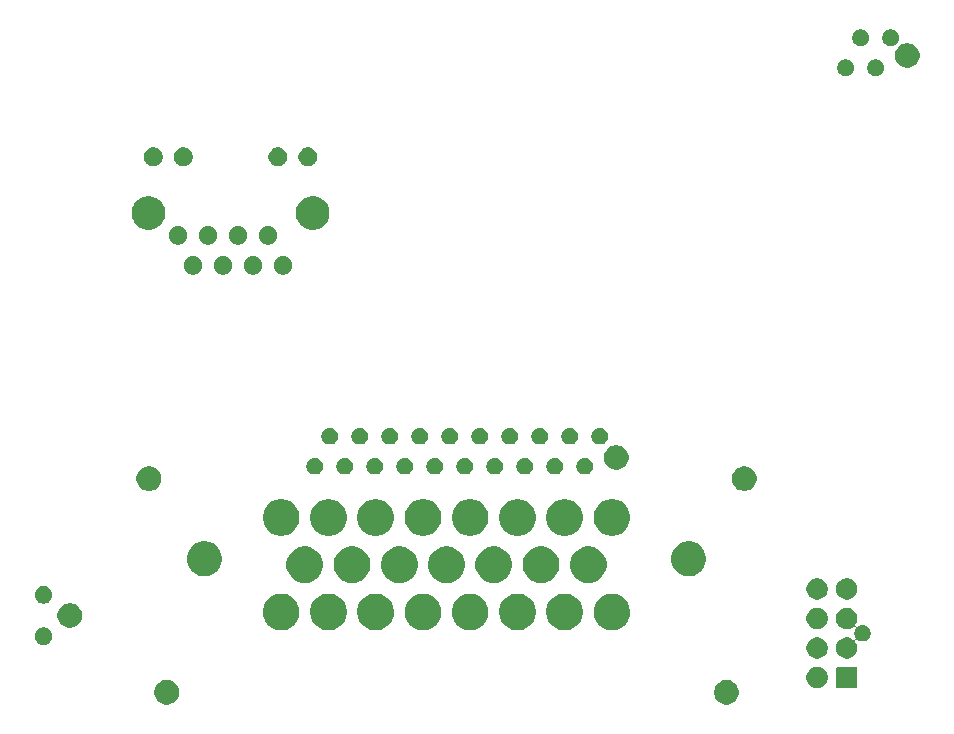
<source format=gbs>
G04 #@! TF.GenerationSoftware,KiCad,Pcbnew,5.0.2-bee76a0~70~ubuntu18.04.1*
G04 #@! TF.CreationDate,2019-02-24T12:00:28-05:00*
G04 #@! TF.ProjectId,interface,696e7465-7266-4616-9365-2e6b69636164,rev?*
G04 #@! TF.SameCoordinates,Original*
G04 #@! TF.FileFunction,Soldermask,Bot*
G04 #@! TF.FilePolarity,Negative*
%FSLAX46Y46*%
G04 Gerber Fmt 4.6, Leading zero omitted, Abs format (unit mm)*
G04 Created by KiCad (PCBNEW 5.0.2-bee76a0~70~ubuntu18.04.1) date Sun 24 Feb 2019 12:00:28 PM EST*
%MOMM*%
%LPD*%
G01*
G04 APERTURE LIST*
%ADD10C,2.000000*%
G04 APERTURE END LIST*
D10*
G36*
X79093565Y-124089889D02*
X79284834Y-124169115D01*
X79456976Y-124284137D01*
X79603363Y-124430524D01*
X79718385Y-124602666D01*
X79797611Y-124793935D01*
X79838000Y-124996984D01*
X79838000Y-125204016D01*
X79797611Y-125407065D01*
X79718385Y-125598334D01*
X79603363Y-125770476D01*
X79456976Y-125916863D01*
X79284834Y-126031885D01*
X79093565Y-126111111D01*
X78890516Y-126151500D01*
X78683484Y-126151500D01*
X78480435Y-126111111D01*
X78289166Y-126031885D01*
X78117024Y-125916863D01*
X77970637Y-125770476D01*
X77855615Y-125598334D01*
X77776389Y-125407065D01*
X77736000Y-125204016D01*
X77736000Y-124996984D01*
X77776389Y-124793935D01*
X77855615Y-124602666D01*
X77970637Y-124430524D01*
X78117024Y-124284137D01*
X78289166Y-124169115D01*
X78480435Y-124089889D01*
X78683484Y-124049500D01*
X78890516Y-124049500D01*
X79093565Y-124089889D01*
X79093565Y-124089889D01*
G37*
G36*
X31693565Y-124089889D02*
X31884834Y-124169115D01*
X32056976Y-124284137D01*
X32203363Y-124430524D01*
X32318385Y-124602666D01*
X32397611Y-124793935D01*
X32438000Y-124996984D01*
X32438000Y-125204016D01*
X32397611Y-125407065D01*
X32318385Y-125598334D01*
X32203363Y-125770476D01*
X32056976Y-125916863D01*
X31884834Y-126031885D01*
X31693565Y-126111111D01*
X31490516Y-126151500D01*
X31283484Y-126151500D01*
X31080435Y-126111111D01*
X30889166Y-126031885D01*
X30717024Y-125916863D01*
X30570637Y-125770476D01*
X30455615Y-125598334D01*
X30376389Y-125407065D01*
X30336000Y-125204016D01*
X30336000Y-124996984D01*
X30376389Y-124793935D01*
X30455615Y-124602666D01*
X30570637Y-124430524D01*
X30717024Y-124284137D01*
X30889166Y-124169115D01*
X31080435Y-124089889D01*
X31283484Y-124049500D01*
X31490516Y-124049500D01*
X31693565Y-124089889D01*
X31693565Y-124089889D01*
G37*
G36*
X89722100Y-122951489D02*
X89755149Y-122961514D01*
X89785606Y-122977794D01*
X89812299Y-122999701D01*
X89834206Y-123026394D01*
X89850486Y-123056851D01*
X89860511Y-123089900D01*
X89864500Y-123130404D01*
X89864500Y-124566596D01*
X89860511Y-124607100D01*
X89850486Y-124640149D01*
X89834206Y-124670606D01*
X89812299Y-124697299D01*
X89785606Y-124719206D01*
X89755149Y-124735486D01*
X89722100Y-124745511D01*
X89681596Y-124749500D01*
X88245404Y-124749500D01*
X88204900Y-124745511D01*
X88171851Y-124735486D01*
X88141394Y-124719206D01*
X88114701Y-124697299D01*
X88092794Y-124670606D01*
X88076514Y-124640149D01*
X88066489Y-124607100D01*
X88062500Y-124566596D01*
X88062500Y-123130404D01*
X88066489Y-123089900D01*
X88076514Y-123056851D01*
X88092794Y-123026394D01*
X88114701Y-122999701D01*
X88141394Y-122977794D01*
X88171851Y-122961514D01*
X88204900Y-122951489D01*
X88245404Y-122947500D01*
X89681596Y-122947500D01*
X89722100Y-122951489D01*
X89722100Y-122951489D01*
G37*
G36*
X86726312Y-122982124D02*
X86890284Y-123050044D01*
X87037854Y-123148647D01*
X87163353Y-123274146D01*
X87261956Y-123421716D01*
X87329876Y-123585688D01*
X87364500Y-123759759D01*
X87364500Y-123937241D01*
X87329876Y-124111312D01*
X87261956Y-124275284D01*
X87163353Y-124422854D01*
X87037854Y-124548353D01*
X86890284Y-124646956D01*
X86726312Y-124714876D01*
X86552241Y-124749500D01*
X86374759Y-124749500D01*
X86200688Y-124714876D01*
X86036716Y-124646956D01*
X85889146Y-124548353D01*
X85763647Y-124422854D01*
X85665044Y-124275284D01*
X85597124Y-124111312D01*
X85562500Y-123937241D01*
X85562500Y-123759759D01*
X85597124Y-123585688D01*
X85665044Y-123421716D01*
X85763647Y-123274146D01*
X85889146Y-123148647D01*
X86036716Y-123050044D01*
X86200688Y-122982124D01*
X86374759Y-122947500D01*
X86552241Y-122947500D01*
X86726312Y-122982124D01*
X86726312Y-122982124D01*
G37*
G36*
X89226312Y-117982124D02*
X89390284Y-118050044D01*
X89537854Y-118148647D01*
X89663353Y-118274146D01*
X89761956Y-118421716D01*
X89829876Y-118585688D01*
X89864500Y-118759759D01*
X89864500Y-118937241D01*
X89829876Y-119111312D01*
X89761956Y-119275284D01*
X89698275Y-119370590D01*
X89686729Y-119392190D01*
X89679616Y-119415640D01*
X89677214Y-119440026D01*
X89679616Y-119464412D01*
X89686729Y-119487861D01*
X89698280Y-119509472D01*
X89713826Y-119528414D01*
X89732768Y-119543960D01*
X89754378Y-119555511D01*
X89777828Y-119562624D01*
X89802214Y-119565026D01*
X89826600Y-119562624D01*
X89850049Y-119555511D01*
X89871660Y-119543960D01*
X89971451Y-119477282D01*
X90099028Y-119424438D01*
X90234456Y-119397500D01*
X90372544Y-119397500D01*
X90507972Y-119424438D01*
X90635549Y-119477282D01*
X90750365Y-119554000D01*
X90848000Y-119651635D01*
X90924718Y-119766451D01*
X90977562Y-119894028D01*
X91004500Y-120029456D01*
X91004500Y-120167544D01*
X90977562Y-120302972D01*
X90924718Y-120430549D01*
X90848000Y-120545365D01*
X90750365Y-120643000D01*
X90635549Y-120719718D01*
X90507972Y-120772562D01*
X90372544Y-120799500D01*
X90234456Y-120799500D01*
X90099028Y-120772562D01*
X89971451Y-120719718D01*
X89871660Y-120653040D01*
X89850049Y-120641489D01*
X89826600Y-120634376D01*
X89802214Y-120631974D01*
X89777827Y-120634376D01*
X89754378Y-120641489D01*
X89732767Y-120653040D01*
X89713825Y-120668586D01*
X89698280Y-120687528D01*
X89686729Y-120709139D01*
X89679616Y-120732588D01*
X89677214Y-120756974D01*
X89679616Y-120781361D01*
X89686729Y-120804810D01*
X89698275Y-120826410D01*
X89761956Y-120921716D01*
X89829876Y-121085688D01*
X89864500Y-121259759D01*
X89864500Y-121437241D01*
X89829876Y-121611312D01*
X89761956Y-121775284D01*
X89663353Y-121922854D01*
X89537854Y-122048353D01*
X89390284Y-122146956D01*
X89226312Y-122214876D01*
X89052241Y-122249500D01*
X88874759Y-122249500D01*
X88700688Y-122214876D01*
X88536716Y-122146956D01*
X88389146Y-122048353D01*
X88263647Y-121922854D01*
X88165044Y-121775284D01*
X88097124Y-121611312D01*
X88062500Y-121437241D01*
X88062500Y-121259759D01*
X88097124Y-121085688D01*
X88165044Y-120921716D01*
X88263647Y-120774146D01*
X88389146Y-120648647D01*
X88536716Y-120550044D01*
X88700688Y-120482124D01*
X88874759Y-120447500D01*
X89052241Y-120447500D01*
X89226312Y-120482124D01*
X89390284Y-120550044D01*
X89537854Y-120648647D01*
X89537858Y-120648651D01*
X89539531Y-120649769D01*
X89561141Y-120661320D01*
X89584591Y-120668433D01*
X89608977Y-120670835D01*
X89633363Y-120668433D01*
X89656812Y-120661320D01*
X89678423Y-120649769D01*
X89697365Y-120634223D01*
X89712911Y-120615281D01*
X89724462Y-120593671D01*
X89731575Y-120570221D01*
X89733977Y-120545835D01*
X89731575Y-120521449D01*
X89724462Y-120498000D01*
X89712911Y-120476389D01*
X89682282Y-120430549D01*
X89629438Y-120302972D01*
X89602500Y-120167544D01*
X89602500Y-120029456D01*
X89629438Y-119894028D01*
X89682282Y-119766451D01*
X89712911Y-119720611D01*
X89724462Y-119699000D01*
X89731575Y-119675551D01*
X89733977Y-119651164D01*
X89731575Y-119626778D01*
X89724462Y-119603329D01*
X89712910Y-119581718D01*
X89697365Y-119562776D01*
X89678423Y-119547231D01*
X89656812Y-119535680D01*
X89633363Y-119528567D01*
X89608976Y-119526165D01*
X89584590Y-119528567D01*
X89561141Y-119535680D01*
X89539531Y-119547231D01*
X89537858Y-119548349D01*
X89537854Y-119548353D01*
X89390284Y-119646956D01*
X89226312Y-119714876D01*
X89052241Y-119749500D01*
X88874759Y-119749500D01*
X88700688Y-119714876D01*
X88536716Y-119646956D01*
X88389146Y-119548353D01*
X88263647Y-119422854D01*
X88165044Y-119275284D01*
X88097124Y-119111312D01*
X88062500Y-118937241D01*
X88062500Y-118759759D01*
X88097124Y-118585688D01*
X88165044Y-118421716D01*
X88263647Y-118274146D01*
X88389146Y-118148647D01*
X88536716Y-118050044D01*
X88700688Y-117982124D01*
X88874759Y-117947500D01*
X89052241Y-117947500D01*
X89226312Y-117982124D01*
X89226312Y-117982124D01*
G37*
G36*
X86726312Y-120482124D02*
X86890284Y-120550044D01*
X87037854Y-120648647D01*
X87163353Y-120774146D01*
X87261956Y-120921716D01*
X87329876Y-121085688D01*
X87364500Y-121259759D01*
X87364500Y-121437241D01*
X87329876Y-121611312D01*
X87261956Y-121775284D01*
X87163353Y-121922854D01*
X87037854Y-122048353D01*
X86890284Y-122146956D01*
X86726312Y-122214876D01*
X86552241Y-122249500D01*
X86374759Y-122249500D01*
X86200688Y-122214876D01*
X86036716Y-122146956D01*
X85889146Y-122048353D01*
X85763647Y-121922854D01*
X85665044Y-121775284D01*
X85597124Y-121611312D01*
X85562500Y-121437241D01*
X85562500Y-121259759D01*
X85597124Y-121085688D01*
X85665044Y-120921716D01*
X85763647Y-120774146D01*
X85889146Y-120648647D01*
X86036716Y-120550044D01*
X86200688Y-120482124D01*
X86374759Y-120447500D01*
X86552241Y-120447500D01*
X86726312Y-120482124D01*
X86726312Y-120482124D01*
G37*
G36*
X21173621Y-119619302D02*
X21310022Y-119675801D01*
X21432779Y-119757825D01*
X21537175Y-119862221D01*
X21619199Y-119984978D01*
X21675698Y-120121379D01*
X21704500Y-120266181D01*
X21704500Y-120413819D01*
X21675698Y-120558621D01*
X21619199Y-120695022D01*
X21537175Y-120817779D01*
X21432779Y-120922175D01*
X21310022Y-121004199D01*
X21173621Y-121060698D01*
X21028819Y-121089500D01*
X20881181Y-121089500D01*
X20736379Y-121060698D01*
X20599978Y-121004199D01*
X20477221Y-120922175D01*
X20372825Y-120817779D01*
X20290801Y-120695022D01*
X20234302Y-120558621D01*
X20205500Y-120413819D01*
X20205500Y-120266181D01*
X20234302Y-120121379D01*
X20290801Y-119984978D01*
X20372825Y-119862221D01*
X20477221Y-119757825D01*
X20599978Y-119675801D01*
X20736379Y-119619302D01*
X20881181Y-119590500D01*
X21028819Y-119590500D01*
X21173621Y-119619302D01*
X21173621Y-119619302D01*
G37*
G36*
X49439527Y-116789236D02*
X49539410Y-116809104D01*
X49821674Y-116926021D01*
X50075705Y-117095759D01*
X50291741Y-117311795D01*
X50461479Y-117565826D01*
X50550612Y-117781014D01*
X50578396Y-117848091D01*
X50638000Y-118147738D01*
X50638000Y-118453262D01*
X50598264Y-118653027D01*
X50578396Y-118752910D01*
X50461479Y-119035174D01*
X50291741Y-119289205D01*
X50075705Y-119505241D01*
X49821674Y-119674979D01*
X49539410Y-119791896D01*
X49439527Y-119811764D01*
X49239762Y-119851500D01*
X48934238Y-119851500D01*
X48734473Y-119811764D01*
X48634590Y-119791896D01*
X48352326Y-119674979D01*
X48098295Y-119505241D01*
X47882259Y-119289205D01*
X47712521Y-119035174D01*
X47595604Y-118752910D01*
X47575736Y-118653027D01*
X47536000Y-118453262D01*
X47536000Y-118147738D01*
X47595604Y-117848091D01*
X47623388Y-117781014D01*
X47712521Y-117565826D01*
X47882259Y-117311795D01*
X48098295Y-117095759D01*
X48352326Y-116926021D01*
X48634590Y-116809104D01*
X48734473Y-116789236D01*
X48934238Y-116749500D01*
X49239762Y-116749500D01*
X49439527Y-116789236D01*
X49439527Y-116789236D01*
G37*
G36*
X61439527Y-116789236D02*
X61539410Y-116809104D01*
X61821674Y-116926021D01*
X62075705Y-117095759D01*
X62291741Y-117311795D01*
X62461479Y-117565826D01*
X62550612Y-117781014D01*
X62578396Y-117848091D01*
X62638000Y-118147738D01*
X62638000Y-118453262D01*
X62598264Y-118653027D01*
X62578396Y-118752910D01*
X62461479Y-119035174D01*
X62291741Y-119289205D01*
X62075705Y-119505241D01*
X61821674Y-119674979D01*
X61539410Y-119791896D01*
X61439527Y-119811764D01*
X61239762Y-119851500D01*
X60934238Y-119851500D01*
X60734473Y-119811764D01*
X60634590Y-119791896D01*
X60352326Y-119674979D01*
X60098295Y-119505241D01*
X59882259Y-119289205D01*
X59712521Y-119035174D01*
X59595604Y-118752910D01*
X59575736Y-118653027D01*
X59536000Y-118453262D01*
X59536000Y-118147738D01*
X59595604Y-117848091D01*
X59623388Y-117781014D01*
X59712521Y-117565826D01*
X59882259Y-117311795D01*
X60098295Y-117095759D01*
X60352326Y-116926021D01*
X60634590Y-116809104D01*
X60734473Y-116789236D01*
X60934238Y-116749500D01*
X61239762Y-116749500D01*
X61439527Y-116789236D01*
X61439527Y-116789236D01*
G37*
G36*
X65439527Y-116789236D02*
X65539410Y-116809104D01*
X65821674Y-116926021D01*
X66075705Y-117095759D01*
X66291741Y-117311795D01*
X66461479Y-117565826D01*
X66550612Y-117781014D01*
X66578396Y-117848091D01*
X66638000Y-118147738D01*
X66638000Y-118453262D01*
X66598264Y-118653027D01*
X66578396Y-118752910D01*
X66461479Y-119035174D01*
X66291741Y-119289205D01*
X66075705Y-119505241D01*
X65821674Y-119674979D01*
X65539410Y-119791896D01*
X65439527Y-119811764D01*
X65239762Y-119851500D01*
X64934238Y-119851500D01*
X64734473Y-119811764D01*
X64634590Y-119791896D01*
X64352326Y-119674979D01*
X64098295Y-119505241D01*
X63882259Y-119289205D01*
X63712521Y-119035174D01*
X63595604Y-118752910D01*
X63575736Y-118653027D01*
X63536000Y-118453262D01*
X63536000Y-118147738D01*
X63595604Y-117848091D01*
X63623388Y-117781014D01*
X63712521Y-117565826D01*
X63882259Y-117311795D01*
X64098295Y-117095759D01*
X64352326Y-116926021D01*
X64634590Y-116809104D01*
X64734473Y-116789236D01*
X64934238Y-116749500D01*
X65239762Y-116749500D01*
X65439527Y-116789236D01*
X65439527Y-116789236D01*
G37*
G36*
X69439527Y-116789236D02*
X69539410Y-116809104D01*
X69821674Y-116926021D01*
X70075705Y-117095759D01*
X70291741Y-117311795D01*
X70461479Y-117565826D01*
X70550612Y-117781014D01*
X70578396Y-117848091D01*
X70638000Y-118147738D01*
X70638000Y-118453262D01*
X70598264Y-118653027D01*
X70578396Y-118752910D01*
X70461479Y-119035174D01*
X70291741Y-119289205D01*
X70075705Y-119505241D01*
X69821674Y-119674979D01*
X69539410Y-119791896D01*
X69439527Y-119811764D01*
X69239762Y-119851500D01*
X68934238Y-119851500D01*
X68734473Y-119811764D01*
X68634590Y-119791896D01*
X68352326Y-119674979D01*
X68098295Y-119505241D01*
X67882259Y-119289205D01*
X67712521Y-119035174D01*
X67595604Y-118752910D01*
X67575736Y-118653027D01*
X67536000Y-118453262D01*
X67536000Y-118147738D01*
X67595604Y-117848091D01*
X67623388Y-117781014D01*
X67712521Y-117565826D01*
X67882259Y-117311795D01*
X68098295Y-117095759D01*
X68352326Y-116926021D01*
X68634590Y-116809104D01*
X68734473Y-116789236D01*
X68934238Y-116749500D01*
X69239762Y-116749500D01*
X69439527Y-116789236D01*
X69439527Y-116789236D01*
G37*
G36*
X53439527Y-116789236D02*
X53539410Y-116809104D01*
X53821674Y-116926021D01*
X54075705Y-117095759D01*
X54291741Y-117311795D01*
X54461479Y-117565826D01*
X54550612Y-117781014D01*
X54578396Y-117848091D01*
X54638000Y-118147738D01*
X54638000Y-118453262D01*
X54598264Y-118653027D01*
X54578396Y-118752910D01*
X54461479Y-119035174D01*
X54291741Y-119289205D01*
X54075705Y-119505241D01*
X53821674Y-119674979D01*
X53539410Y-119791896D01*
X53439527Y-119811764D01*
X53239762Y-119851500D01*
X52934238Y-119851500D01*
X52734473Y-119811764D01*
X52634590Y-119791896D01*
X52352326Y-119674979D01*
X52098295Y-119505241D01*
X51882259Y-119289205D01*
X51712521Y-119035174D01*
X51595604Y-118752910D01*
X51575736Y-118653027D01*
X51536000Y-118453262D01*
X51536000Y-118147738D01*
X51595604Y-117848091D01*
X51623388Y-117781014D01*
X51712521Y-117565826D01*
X51882259Y-117311795D01*
X52098295Y-117095759D01*
X52352326Y-116926021D01*
X52634590Y-116809104D01*
X52734473Y-116789236D01*
X52934238Y-116749500D01*
X53239762Y-116749500D01*
X53439527Y-116789236D01*
X53439527Y-116789236D01*
G37*
G36*
X57439527Y-116789236D02*
X57539410Y-116809104D01*
X57821674Y-116926021D01*
X58075705Y-117095759D01*
X58291741Y-117311795D01*
X58461479Y-117565826D01*
X58550612Y-117781014D01*
X58578396Y-117848091D01*
X58638000Y-118147738D01*
X58638000Y-118453262D01*
X58598264Y-118653027D01*
X58578396Y-118752910D01*
X58461479Y-119035174D01*
X58291741Y-119289205D01*
X58075705Y-119505241D01*
X57821674Y-119674979D01*
X57539410Y-119791896D01*
X57439527Y-119811764D01*
X57239762Y-119851500D01*
X56934238Y-119851500D01*
X56734473Y-119811764D01*
X56634590Y-119791896D01*
X56352326Y-119674979D01*
X56098295Y-119505241D01*
X55882259Y-119289205D01*
X55712521Y-119035174D01*
X55595604Y-118752910D01*
X55575736Y-118653027D01*
X55536000Y-118453262D01*
X55536000Y-118147738D01*
X55595604Y-117848091D01*
X55623388Y-117781014D01*
X55712521Y-117565826D01*
X55882259Y-117311795D01*
X56098295Y-117095759D01*
X56352326Y-116926021D01*
X56634590Y-116809104D01*
X56734473Y-116789236D01*
X56934238Y-116749500D01*
X57239762Y-116749500D01*
X57439527Y-116789236D01*
X57439527Y-116789236D01*
G37*
G36*
X45439527Y-116789236D02*
X45539410Y-116809104D01*
X45821674Y-116926021D01*
X46075705Y-117095759D01*
X46291741Y-117311795D01*
X46461479Y-117565826D01*
X46550612Y-117781014D01*
X46578396Y-117848091D01*
X46638000Y-118147738D01*
X46638000Y-118453262D01*
X46598264Y-118653027D01*
X46578396Y-118752910D01*
X46461479Y-119035174D01*
X46291741Y-119289205D01*
X46075705Y-119505241D01*
X45821674Y-119674979D01*
X45539410Y-119791896D01*
X45439527Y-119811764D01*
X45239762Y-119851500D01*
X44934238Y-119851500D01*
X44734473Y-119811764D01*
X44634590Y-119791896D01*
X44352326Y-119674979D01*
X44098295Y-119505241D01*
X43882259Y-119289205D01*
X43712521Y-119035174D01*
X43595604Y-118752910D01*
X43575736Y-118653027D01*
X43536000Y-118453262D01*
X43536000Y-118147738D01*
X43595604Y-117848091D01*
X43623388Y-117781014D01*
X43712521Y-117565826D01*
X43882259Y-117311795D01*
X44098295Y-117095759D01*
X44352326Y-116926021D01*
X44634590Y-116809104D01*
X44734473Y-116789236D01*
X44934238Y-116749500D01*
X45239762Y-116749500D01*
X45439527Y-116789236D01*
X45439527Y-116789236D01*
G37*
G36*
X41439527Y-116789236D02*
X41539410Y-116809104D01*
X41821674Y-116926021D01*
X42075705Y-117095759D01*
X42291741Y-117311795D01*
X42461479Y-117565826D01*
X42550612Y-117781014D01*
X42578396Y-117848091D01*
X42638000Y-118147738D01*
X42638000Y-118453262D01*
X42598264Y-118653027D01*
X42578396Y-118752910D01*
X42461479Y-119035174D01*
X42291741Y-119289205D01*
X42075705Y-119505241D01*
X41821674Y-119674979D01*
X41539410Y-119791896D01*
X41439527Y-119811764D01*
X41239762Y-119851500D01*
X40934238Y-119851500D01*
X40734473Y-119811764D01*
X40634590Y-119791896D01*
X40352326Y-119674979D01*
X40098295Y-119505241D01*
X39882259Y-119289205D01*
X39712521Y-119035174D01*
X39595604Y-118752910D01*
X39575736Y-118653027D01*
X39536000Y-118453262D01*
X39536000Y-118147738D01*
X39595604Y-117848091D01*
X39623388Y-117781014D01*
X39712521Y-117565826D01*
X39882259Y-117311795D01*
X40098295Y-117095759D01*
X40352326Y-116926021D01*
X40634590Y-116809104D01*
X40734473Y-116789236D01*
X40934238Y-116749500D01*
X41239762Y-116749500D01*
X41439527Y-116789236D01*
X41439527Y-116789236D01*
G37*
G36*
X86726312Y-117982124D02*
X86890284Y-118050044D01*
X87037854Y-118148647D01*
X87163353Y-118274146D01*
X87261956Y-118421716D01*
X87329876Y-118585688D01*
X87364500Y-118759759D01*
X87364500Y-118937241D01*
X87329876Y-119111312D01*
X87261956Y-119275284D01*
X87163353Y-119422854D01*
X87037854Y-119548353D01*
X86890284Y-119646956D01*
X86726312Y-119714876D01*
X86552241Y-119749500D01*
X86374759Y-119749500D01*
X86200688Y-119714876D01*
X86036716Y-119646956D01*
X85889146Y-119548353D01*
X85763647Y-119422854D01*
X85665044Y-119275284D01*
X85597124Y-119111312D01*
X85562500Y-118937241D01*
X85562500Y-118759759D01*
X85597124Y-118585688D01*
X85665044Y-118421716D01*
X85763647Y-118274146D01*
X85889146Y-118148647D01*
X86036716Y-118050044D01*
X86200688Y-117982124D01*
X86374759Y-117947500D01*
X86552241Y-117947500D01*
X86726312Y-117982124D01*
X86726312Y-117982124D01*
G37*
G36*
X23488793Y-117588524D02*
X23678334Y-117667034D01*
X23848920Y-117781016D01*
X23993984Y-117926080D01*
X24107966Y-118096666D01*
X24186476Y-118286207D01*
X24226500Y-118487420D01*
X24226500Y-118692580D01*
X24186476Y-118893793D01*
X24107966Y-119083334D01*
X23993984Y-119253920D01*
X23848920Y-119398984D01*
X23678334Y-119512966D01*
X23488793Y-119591476D01*
X23287580Y-119631500D01*
X23082420Y-119631500D01*
X22881207Y-119591476D01*
X22691666Y-119512966D01*
X22521080Y-119398984D01*
X22376016Y-119253920D01*
X22262034Y-119083334D01*
X22183524Y-118893793D01*
X22143500Y-118692580D01*
X22143500Y-118487420D01*
X22183524Y-118286207D01*
X22262034Y-118096666D01*
X22376016Y-117926080D01*
X22521080Y-117781016D01*
X22691666Y-117667034D01*
X22881207Y-117588524D01*
X23082420Y-117548500D01*
X23287580Y-117548500D01*
X23488793Y-117588524D01*
X23488793Y-117588524D01*
G37*
G36*
X21173621Y-116119302D02*
X21310022Y-116175801D01*
X21432779Y-116257825D01*
X21537175Y-116362221D01*
X21619199Y-116484978D01*
X21675698Y-116621379D01*
X21704500Y-116766181D01*
X21704500Y-116913819D01*
X21675698Y-117058621D01*
X21619199Y-117195022D01*
X21537175Y-117317779D01*
X21432779Y-117422175D01*
X21310022Y-117504199D01*
X21173621Y-117560698D01*
X21028819Y-117589500D01*
X20881181Y-117589500D01*
X20736379Y-117560698D01*
X20599978Y-117504199D01*
X20477221Y-117422175D01*
X20372825Y-117317779D01*
X20290801Y-117195022D01*
X20234302Y-117058621D01*
X20205500Y-116913819D01*
X20205500Y-116766181D01*
X20234302Y-116621379D01*
X20290801Y-116484978D01*
X20372825Y-116362221D01*
X20477221Y-116257825D01*
X20599978Y-116175801D01*
X20736379Y-116119302D01*
X20881181Y-116090500D01*
X21028819Y-116090500D01*
X21173621Y-116119302D01*
X21173621Y-116119302D01*
G37*
G36*
X86726312Y-115482124D02*
X86890284Y-115550044D01*
X87037854Y-115648647D01*
X87163353Y-115774146D01*
X87261956Y-115921716D01*
X87329876Y-116085688D01*
X87364500Y-116259759D01*
X87364500Y-116437241D01*
X87329876Y-116611312D01*
X87261956Y-116775284D01*
X87163353Y-116922854D01*
X87037854Y-117048353D01*
X86890284Y-117146956D01*
X86726312Y-117214876D01*
X86552241Y-117249500D01*
X86374759Y-117249500D01*
X86200688Y-117214876D01*
X86036716Y-117146956D01*
X85889146Y-117048353D01*
X85763647Y-116922854D01*
X85665044Y-116775284D01*
X85597124Y-116611312D01*
X85562500Y-116437241D01*
X85562500Y-116259759D01*
X85597124Y-116085688D01*
X85665044Y-115921716D01*
X85763647Y-115774146D01*
X85889146Y-115648647D01*
X86036716Y-115550044D01*
X86200688Y-115482124D01*
X86374759Y-115447500D01*
X86552241Y-115447500D01*
X86726312Y-115482124D01*
X86726312Y-115482124D01*
G37*
G36*
X89226312Y-115482124D02*
X89390284Y-115550044D01*
X89537854Y-115648647D01*
X89663353Y-115774146D01*
X89761956Y-115921716D01*
X89829876Y-116085688D01*
X89864500Y-116259759D01*
X89864500Y-116437241D01*
X89829876Y-116611312D01*
X89761956Y-116775284D01*
X89663353Y-116922854D01*
X89537854Y-117048353D01*
X89390284Y-117146956D01*
X89226312Y-117214876D01*
X89052241Y-117249500D01*
X88874759Y-117249500D01*
X88700688Y-117214876D01*
X88536716Y-117146956D01*
X88389146Y-117048353D01*
X88263647Y-116922854D01*
X88165044Y-116775284D01*
X88097124Y-116611312D01*
X88062500Y-116437241D01*
X88062500Y-116259759D01*
X88097124Y-116085688D01*
X88165044Y-115921716D01*
X88263647Y-115774146D01*
X88389146Y-115648647D01*
X88536716Y-115550044D01*
X88700688Y-115482124D01*
X88874759Y-115447500D01*
X89052241Y-115447500D01*
X89226312Y-115482124D01*
X89226312Y-115482124D01*
G37*
G36*
X67439527Y-112789236D02*
X67539410Y-112809104D01*
X67821674Y-112926021D01*
X68075705Y-113095759D01*
X68291741Y-113311795D01*
X68461479Y-113565826D01*
X68578396Y-113848090D01*
X68638000Y-114147740D01*
X68638000Y-114453260D01*
X68578396Y-114752910D01*
X68461479Y-115035174D01*
X68291741Y-115289205D01*
X68075705Y-115505241D01*
X67821674Y-115674979D01*
X67539410Y-115791896D01*
X67439527Y-115811764D01*
X67239762Y-115851500D01*
X66934238Y-115851500D01*
X66734473Y-115811764D01*
X66634590Y-115791896D01*
X66352326Y-115674979D01*
X66098295Y-115505241D01*
X65882259Y-115289205D01*
X65712521Y-115035174D01*
X65595604Y-114752910D01*
X65536000Y-114453260D01*
X65536000Y-114147740D01*
X65595604Y-113848090D01*
X65712521Y-113565826D01*
X65882259Y-113311795D01*
X66098295Y-113095759D01*
X66352326Y-112926021D01*
X66634590Y-112809104D01*
X66734473Y-112789236D01*
X66934238Y-112749500D01*
X67239762Y-112749500D01*
X67439527Y-112789236D01*
X67439527Y-112789236D01*
G37*
G36*
X63439527Y-112789236D02*
X63539410Y-112809104D01*
X63821674Y-112926021D01*
X64075705Y-113095759D01*
X64291741Y-113311795D01*
X64461479Y-113565826D01*
X64578396Y-113848090D01*
X64638000Y-114147740D01*
X64638000Y-114453260D01*
X64578396Y-114752910D01*
X64461479Y-115035174D01*
X64291741Y-115289205D01*
X64075705Y-115505241D01*
X63821674Y-115674979D01*
X63539410Y-115791896D01*
X63439527Y-115811764D01*
X63239762Y-115851500D01*
X62934238Y-115851500D01*
X62734473Y-115811764D01*
X62634590Y-115791896D01*
X62352326Y-115674979D01*
X62098295Y-115505241D01*
X61882259Y-115289205D01*
X61712521Y-115035174D01*
X61595604Y-114752910D01*
X61536000Y-114453260D01*
X61536000Y-114147740D01*
X61595604Y-113848090D01*
X61712521Y-113565826D01*
X61882259Y-113311795D01*
X62098295Y-113095759D01*
X62352326Y-112926021D01*
X62634590Y-112809104D01*
X62734473Y-112789236D01*
X62934238Y-112749500D01*
X63239762Y-112749500D01*
X63439527Y-112789236D01*
X63439527Y-112789236D01*
G37*
G36*
X55439527Y-112789236D02*
X55539410Y-112809104D01*
X55821674Y-112926021D01*
X56075705Y-113095759D01*
X56291741Y-113311795D01*
X56461479Y-113565826D01*
X56578396Y-113848090D01*
X56638000Y-114147740D01*
X56638000Y-114453260D01*
X56578396Y-114752910D01*
X56461479Y-115035174D01*
X56291741Y-115289205D01*
X56075705Y-115505241D01*
X55821674Y-115674979D01*
X55539410Y-115791896D01*
X55439527Y-115811764D01*
X55239762Y-115851500D01*
X54934238Y-115851500D01*
X54734473Y-115811764D01*
X54634590Y-115791896D01*
X54352326Y-115674979D01*
X54098295Y-115505241D01*
X53882259Y-115289205D01*
X53712521Y-115035174D01*
X53595604Y-114752910D01*
X53536000Y-114453260D01*
X53536000Y-114147740D01*
X53595604Y-113848090D01*
X53712521Y-113565826D01*
X53882259Y-113311795D01*
X54098295Y-113095759D01*
X54352326Y-112926021D01*
X54634590Y-112809104D01*
X54734473Y-112789236D01*
X54934238Y-112749500D01*
X55239762Y-112749500D01*
X55439527Y-112789236D01*
X55439527Y-112789236D01*
G37*
G36*
X59439527Y-112789236D02*
X59539410Y-112809104D01*
X59821674Y-112926021D01*
X60075705Y-113095759D01*
X60291741Y-113311795D01*
X60461479Y-113565826D01*
X60578396Y-113848090D01*
X60638000Y-114147740D01*
X60638000Y-114453260D01*
X60578396Y-114752910D01*
X60461479Y-115035174D01*
X60291741Y-115289205D01*
X60075705Y-115505241D01*
X59821674Y-115674979D01*
X59539410Y-115791896D01*
X59439527Y-115811764D01*
X59239762Y-115851500D01*
X58934238Y-115851500D01*
X58734473Y-115811764D01*
X58634590Y-115791896D01*
X58352326Y-115674979D01*
X58098295Y-115505241D01*
X57882259Y-115289205D01*
X57712521Y-115035174D01*
X57595604Y-114752910D01*
X57536000Y-114453260D01*
X57536000Y-114147740D01*
X57595604Y-113848090D01*
X57712521Y-113565826D01*
X57882259Y-113311795D01*
X58098295Y-113095759D01*
X58352326Y-112926021D01*
X58634590Y-112809104D01*
X58734473Y-112789236D01*
X58934238Y-112749500D01*
X59239762Y-112749500D01*
X59439527Y-112789236D01*
X59439527Y-112789236D01*
G37*
G36*
X43439527Y-112789236D02*
X43539410Y-112809104D01*
X43821674Y-112926021D01*
X44075705Y-113095759D01*
X44291741Y-113311795D01*
X44461479Y-113565826D01*
X44578396Y-113848090D01*
X44638000Y-114147740D01*
X44638000Y-114453260D01*
X44578396Y-114752910D01*
X44461479Y-115035174D01*
X44291741Y-115289205D01*
X44075705Y-115505241D01*
X43821674Y-115674979D01*
X43539410Y-115791896D01*
X43439527Y-115811764D01*
X43239762Y-115851500D01*
X42934238Y-115851500D01*
X42734473Y-115811764D01*
X42634590Y-115791896D01*
X42352326Y-115674979D01*
X42098295Y-115505241D01*
X41882259Y-115289205D01*
X41712521Y-115035174D01*
X41595604Y-114752910D01*
X41536000Y-114453260D01*
X41536000Y-114147740D01*
X41595604Y-113848090D01*
X41712521Y-113565826D01*
X41882259Y-113311795D01*
X42098295Y-113095759D01*
X42352326Y-112926021D01*
X42634590Y-112809104D01*
X42734473Y-112789236D01*
X42934238Y-112749500D01*
X43239762Y-112749500D01*
X43439527Y-112789236D01*
X43439527Y-112789236D01*
G37*
G36*
X51439527Y-112789236D02*
X51539410Y-112809104D01*
X51821674Y-112926021D01*
X52075705Y-113095759D01*
X52291741Y-113311795D01*
X52461479Y-113565826D01*
X52578396Y-113848090D01*
X52638000Y-114147740D01*
X52638000Y-114453260D01*
X52578396Y-114752910D01*
X52461479Y-115035174D01*
X52291741Y-115289205D01*
X52075705Y-115505241D01*
X51821674Y-115674979D01*
X51539410Y-115791896D01*
X51439527Y-115811764D01*
X51239762Y-115851500D01*
X50934238Y-115851500D01*
X50734473Y-115811764D01*
X50634590Y-115791896D01*
X50352326Y-115674979D01*
X50098295Y-115505241D01*
X49882259Y-115289205D01*
X49712521Y-115035174D01*
X49595604Y-114752910D01*
X49536000Y-114453260D01*
X49536000Y-114147740D01*
X49595604Y-113848090D01*
X49712521Y-113565826D01*
X49882259Y-113311795D01*
X50098295Y-113095759D01*
X50352326Y-112926021D01*
X50634590Y-112809104D01*
X50734473Y-112789236D01*
X50934238Y-112749500D01*
X51239762Y-112749500D01*
X51439527Y-112789236D01*
X51439527Y-112789236D01*
G37*
G36*
X47439527Y-112789236D02*
X47539410Y-112809104D01*
X47821674Y-112926021D01*
X48075705Y-113095759D01*
X48291741Y-113311795D01*
X48461479Y-113565826D01*
X48578396Y-113848090D01*
X48638000Y-114147740D01*
X48638000Y-114453260D01*
X48578396Y-114752910D01*
X48461479Y-115035174D01*
X48291741Y-115289205D01*
X48075705Y-115505241D01*
X47821674Y-115674979D01*
X47539410Y-115791896D01*
X47439527Y-115811764D01*
X47239762Y-115851500D01*
X46934238Y-115851500D01*
X46734473Y-115811764D01*
X46634590Y-115791896D01*
X46352326Y-115674979D01*
X46098295Y-115505241D01*
X45882259Y-115289205D01*
X45712521Y-115035174D01*
X45595604Y-114752910D01*
X45536000Y-114453260D01*
X45536000Y-114147740D01*
X45595604Y-113848090D01*
X45712521Y-113565826D01*
X45882259Y-113311795D01*
X46098295Y-113095759D01*
X46352326Y-112926021D01*
X46634590Y-112809104D01*
X46734473Y-112789236D01*
X46934238Y-112749500D01*
X47239762Y-112749500D01*
X47439527Y-112789236D01*
X47439527Y-112789236D01*
G37*
G36*
X76017531Y-112381221D02*
X76286149Y-112492486D01*
X76527898Y-112654018D01*
X76733482Y-112859602D01*
X76895014Y-113101351D01*
X77006279Y-113369969D01*
X77063000Y-113655125D01*
X77063000Y-113945875D01*
X77006279Y-114231031D01*
X76895014Y-114499649D01*
X76733482Y-114741398D01*
X76527898Y-114946982D01*
X76286149Y-115108514D01*
X76017531Y-115219779D01*
X75732375Y-115276500D01*
X75441625Y-115276500D01*
X75156469Y-115219779D01*
X74887851Y-115108514D01*
X74646102Y-114946982D01*
X74440518Y-114741398D01*
X74278986Y-114499649D01*
X74167721Y-114231031D01*
X74111000Y-113945875D01*
X74111000Y-113655125D01*
X74167721Y-113369969D01*
X74278986Y-113101351D01*
X74440518Y-112859602D01*
X74646102Y-112654018D01*
X74887851Y-112492486D01*
X75156469Y-112381221D01*
X75441625Y-112324500D01*
X75732375Y-112324500D01*
X76017531Y-112381221D01*
X76017531Y-112381221D01*
G37*
G36*
X35017531Y-112381221D02*
X35286149Y-112492486D01*
X35527898Y-112654018D01*
X35733482Y-112859602D01*
X35895014Y-113101351D01*
X36006279Y-113369969D01*
X36063000Y-113655125D01*
X36063000Y-113945875D01*
X36006279Y-114231031D01*
X35895014Y-114499649D01*
X35733482Y-114741398D01*
X35527898Y-114946982D01*
X35286149Y-115108514D01*
X35017531Y-115219779D01*
X34732375Y-115276500D01*
X34441625Y-115276500D01*
X34156469Y-115219779D01*
X33887851Y-115108514D01*
X33646102Y-114946982D01*
X33440518Y-114741398D01*
X33278986Y-114499649D01*
X33167721Y-114231031D01*
X33111000Y-113945875D01*
X33111000Y-113655125D01*
X33167721Y-113369969D01*
X33278986Y-113101351D01*
X33440518Y-112859602D01*
X33646102Y-112654018D01*
X33887851Y-112492486D01*
X34156469Y-112381221D01*
X34441625Y-112324500D01*
X34732375Y-112324500D01*
X35017531Y-112381221D01*
X35017531Y-112381221D01*
G37*
G36*
X45439527Y-108789236D02*
X45539410Y-108809104D01*
X45821674Y-108926021D01*
X46075705Y-109095759D01*
X46291741Y-109311795D01*
X46461479Y-109565826D01*
X46578396Y-109848090D01*
X46638000Y-110147740D01*
X46638000Y-110453260D01*
X46578396Y-110752910D01*
X46461479Y-111035174D01*
X46291741Y-111289205D01*
X46075705Y-111505241D01*
X45821674Y-111674979D01*
X45539410Y-111791896D01*
X45439527Y-111811764D01*
X45239762Y-111851500D01*
X44934238Y-111851500D01*
X44734473Y-111811764D01*
X44634590Y-111791896D01*
X44352326Y-111674979D01*
X44098295Y-111505241D01*
X43882259Y-111289205D01*
X43712521Y-111035174D01*
X43595604Y-110752910D01*
X43536000Y-110453260D01*
X43536000Y-110147740D01*
X43595604Y-109848090D01*
X43712521Y-109565826D01*
X43882259Y-109311795D01*
X44098295Y-109095759D01*
X44352326Y-108926021D01*
X44634590Y-108809104D01*
X44734473Y-108789236D01*
X44934238Y-108749500D01*
X45239762Y-108749500D01*
X45439527Y-108789236D01*
X45439527Y-108789236D01*
G37*
G36*
X69439527Y-108789236D02*
X69539410Y-108809104D01*
X69821674Y-108926021D01*
X70075705Y-109095759D01*
X70291741Y-109311795D01*
X70461479Y-109565826D01*
X70578396Y-109848090D01*
X70638000Y-110147740D01*
X70638000Y-110453260D01*
X70578396Y-110752910D01*
X70461479Y-111035174D01*
X70291741Y-111289205D01*
X70075705Y-111505241D01*
X69821674Y-111674979D01*
X69539410Y-111791896D01*
X69439527Y-111811764D01*
X69239762Y-111851500D01*
X68934238Y-111851500D01*
X68734473Y-111811764D01*
X68634590Y-111791896D01*
X68352326Y-111674979D01*
X68098295Y-111505241D01*
X67882259Y-111289205D01*
X67712521Y-111035174D01*
X67595604Y-110752910D01*
X67536000Y-110453260D01*
X67536000Y-110147740D01*
X67595604Y-109848090D01*
X67712521Y-109565826D01*
X67882259Y-109311795D01*
X68098295Y-109095759D01*
X68352326Y-108926021D01*
X68634590Y-108809104D01*
X68734473Y-108789236D01*
X68934238Y-108749500D01*
X69239762Y-108749500D01*
X69439527Y-108789236D01*
X69439527Y-108789236D01*
G37*
G36*
X65439527Y-108789236D02*
X65539410Y-108809104D01*
X65821674Y-108926021D01*
X66075705Y-109095759D01*
X66291741Y-109311795D01*
X66461479Y-109565826D01*
X66578396Y-109848090D01*
X66638000Y-110147740D01*
X66638000Y-110453260D01*
X66578396Y-110752910D01*
X66461479Y-111035174D01*
X66291741Y-111289205D01*
X66075705Y-111505241D01*
X65821674Y-111674979D01*
X65539410Y-111791896D01*
X65439527Y-111811764D01*
X65239762Y-111851500D01*
X64934238Y-111851500D01*
X64734473Y-111811764D01*
X64634590Y-111791896D01*
X64352326Y-111674979D01*
X64098295Y-111505241D01*
X63882259Y-111289205D01*
X63712521Y-111035174D01*
X63595604Y-110752910D01*
X63536000Y-110453260D01*
X63536000Y-110147740D01*
X63595604Y-109848090D01*
X63712521Y-109565826D01*
X63882259Y-109311795D01*
X64098295Y-109095759D01*
X64352326Y-108926021D01*
X64634590Y-108809104D01*
X64734473Y-108789236D01*
X64934238Y-108749500D01*
X65239762Y-108749500D01*
X65439527Y-108789236D01*
X65439527Y-108789236D01*
G37*
G36*
X61439527Y-108789236D02*
X61539410Y-108809104D01*
X61821674Y-108926021D01*
X62075705Y-109095759D01*
X62291741Y-109311795D01*
X62461479Y-109565826D01*
X62578396Y-109848090D01*
X62638000Y-110147740D01*
X62638000Y-110453260D01*
X62578396Y-110752910D01*
X62461479Y-111035174D01*
X62291741Y-111289205D01*
X62075705Y-111505241D01*
X61821674Y-111674979D01*
X61539410Y-111791896D01*
X61439527Y-111811764D01*
X61239762Y-111851500D01*
X60934238Y-111851500D01*
X60734473Y-111811764D01*
X60634590Y-111791896D01*
X60352326Y-111674979D01*
X60098295Y-111505241D01*
X59882259Y-111289205D01*
X59712521Y-111035174D01*
X59595604Y-110752910D01*
X59536000Y-110453260D01*
X59536000Y-110147740D01*
X59595604Y-109848090D01*
X59712521Y-109565826D01*
X59882259Y-109311795D01*
X60098295Y-109095759D01*
X60352326Y-108926021D01*
X60634590Y-108809104D01*
X60734473Y-108789236D01*
X60934238Y-108749500D01*
X61239762Y-108749500D01*
X61439527Y-108789236D01*
X61439527Y-108789236D01*
G37*
G36*
X57439527Y-108789236D02*
X57539410Y-108809104D01*
X57821674Y-108926021D01*
X58075705Y-109095759D01*
X58291741Y-109311795D01*
X58461479Y-109565826D01*
X58578396Y-109848090D01*
X58638000Y-110147740D01*
X58638000Y-110453260D01*
X58578396Y-110752910D01*
X58461479Y-111035174D01*
X58291741Y-111289205D01*
X58075705Y-111505241D01*
X57821674Y-111674979D01*
X57539410Y-111791896D01*
X57439527Y-111811764D01*
X57239762Y-111851500D01*
X56934238Y-111851500D01*
X56734473Y-111811764D01*
X56634590Y-111791896D01*
X56352326Y-111674979D01*
X56098295Y-111505241D01*
X55882259Y-111289205D01*
X55712521Y-111035174D01*
X55595604Y-110752910D01*
X55536000Y-110453260D01*
X55536000Y-110147740D01*
X55595604Y-109848090D01*
X55712521Y-109565826D01*
X55882259Y-109311795D01*
X56098295Y-109095759D01*
X56352326Y-108926021D01*
X56634590Y-108809104D01*
X56734473Y-108789236D01*
X56934238Y-108749500D01*
X57239762Y-108749500D01*
X57439527Y-108789236D01*
X57439527Y-108789236D01*
G37*
G36*
X53439527Y-108789236D02*
X53539410Y-108809104D01*
X53821674Y-108926021D01*
X54075705Y-109095759D01*
X54291741Y-109311795D01*
X54461479Y-109565826D01*
X54578396Y-109848090D01*
X54638000Y-110147740D01*
X54638000Y-110453260D01*
X54578396Y-110752910D01*
X54461479Y-111035174D01*
X54291741Y-111289205D01*
X54075705Y-111505241D01*
X53821674Y-111674979D01*
X53539410Y-111791896D01*
X53439527Y-111811764D01*
X53239762Y-111851500D01*
X52934238Y-111851500D01*
X52734473Y-111811764D01*
X52634590Y-111791896D01*
X52352326Y-111674979D01*
X52098295Y-111505241D01*
X51882259Y-111289205D01*
X51712521Y-111035174D01*
X51595604Y-110752910D01*
X51536000Y-110453260D01*
X51536000Y-110147740D01*
X51595604Y-109848090D01*
X51712521Y-109565826D01*
X51882259Y-109311795D01*
X52098295Y-109095759D01*
X52352326Y-108926021D01*
X52634590Y-108809104D01*
X52734473Y-108789236D01*
X52934238Y-108749500D01*
X53239762Y-108749500D01*
X53439527Y-108789236D01*
X53439527Y-108789236D01*
G37*
G36*
X49439527Y-108789236D02*
X49539410Y-108809104D01*
X49821674Y-108926021D01*
X50075705Y-109095759D01*
X50291741Y-109311795D01*
X50461479Y-109565826D01*
X50578396Y-109848090D01*
X50638000Y-110147740D01*
X50638000Y-110453260D01*
X50578396Y-110752910D01*
X50461479Y-111035174D01*
X50291741Y-111289205D01*
X50075705Y-111505241D01*
X49821674Y-111674979D01*
X49539410Y-111791896D01*
X49439527Y-111811764D01*
X49239762Y-111851500D01*
X48934238Y-111851500D01*
X48734473Y-111811764D01*
X48634590Y-111791896D01*
X48352326Y-111674979D01*
X48098295Y-111505241D01*
X47882259Y-111289205D01*
X47712521Y-111035174D01*
X47595604Y-110752910D01*
X47536000Y-110453260D01*
X47536000Y-110147740D01*
X47595604Y-109848090D01*
X47712521Y-109565826D01*
X47882259Y-109311795D01*
X48098295Y-109095759D01*
X48352326Y-108926021D01*
X48634590Y-108809104D01*
X48734473Y-108789236D01*
X48934238Y-108749500D01*
X49239762Y-108749500D01*
X49439527Y-108789236D01*
X49439527Y-108789236D01*
G37*
G36*
X41439527Y-108789236D02*
X41539410Y-108809104D01*
X41821674Y-108926021D01*
X42075705Y-109095759D01*
X42291741Y-109311795D01*
X42461479Y-109565826D01*
X42578396Y-109848090D01*
X42638000Y-110147740D01*
X42638000Y-110453260D01*
X42578396Y-110752910D01*
X42461479Y-111035174D01*
X42291741Y-111289205D01*
X42075705Y-111505241D01*
X41821674Y-111674979D01*
X41539410Y-111791896D01*
X41439527Y-111811764D01*
X41239762Y-111851500D01*
X40934238Y-111851500D01*
X40734473Y-111811764D01*
X40634590Y-111791896D01*
X40352326Y-111674979D01*
X40098295Y-111505241D01*
X39882259Y-111289205D01*
X39712521Y-111035174D01*
X39595604Y-110752910D01*
X39536000Y-110453260D01*
X39536000Y-110147740D01*
X39595604Y-109848090D01*
X39712521Y-109565826D01*
X39882259Y-109311795D01*
X40098295Y-109095759D01*
X40352326Y-108926021D01*
X40634590Y-108809104D01*
X40734473Y-108789236D01*
X40934238Y-108749500D01*
X41239762Y-108749500D01*
X41439527Y-108789236D01*
X41439527Y-108789236D01*
G37*
G36*
X30193565Y-105989889D02*
X30384834Y-106069115D01*
X30556976Y-106184137D01*
X30703363Y-106330524D01*
X30818385Y-106502666D01*
X30897611Y-106693935D01*
X30938000Y-106896984D01*
X30938000Y-107104016D01*
X30897611Y-107307065D01*
X30818385Y-107498334D01*
X30703363Y-107670476D01*
X30556976Y-107816863D01*
X30384834Y-107931885D01*
X30193565Y-108011111D01*
X29990516Y-108051500D01*
X29783484Y-108051500D01*
X29580435Y-108011111D01*
X29389166Y-107931885D01*
X29217024Y-107816863D01*
X29070637Y-107670476D01*
X28955615Y-107498334D01*
X28876389Y-107307065D01*
X28836000Y-107104016D01*
X28836000Y-106896984D01*
X28876389Y-106693935D01*
X28955615Y-106502666D01*
X29070637Y-106330524D01*
X29217024Y-106184137D01*
X29389166Y-106069115D01*
X29580435Y-105989889D01*
X29783484Y-105949500D01*
X29990516Y-105949500D01*
X30193565Y-105989889D01*
X30193565Y-105989889D01*
G37*
G36*
X80593565Y-105989889D02*
X80784834Y-106069115D01*
X80956976Y-106184137D01*
X81103363Y-106330524D01*
X81218385Y-106502666D01*
X81297611Y-106693935D01*
X81338000Y-106896984D01*
X81338000Y-107104016D01*
X81297611Y-107307065D01*
X81218385Y-107498334D01*
X81103363Y-107670476D01*
X80956976Y-107816863D01*
X80784834Y-107931885D01*
X80593565Y-108011111D01*
X80390516Y-108051500D01*
X80183484Y-108051500D01*
X79980435Y-108011111D01*
X79789166Y-107931885D01*
X79617024Y-107816863D01*
X79470637Y-107670476D01*
X79355615Y-107498334D01*
X79276389Y-107307065D01*
X79236000Y-107104016D01*
X79236000Y-106896984D01*
X79276389Y-106693935D01*
X79355615Y-106502666D01*
X79470637Y-106330524D01*
X79617024Y-106184137D01*
X79789166Y-106069115D01*
X79980435Y-105989889D01*
X80183484Y-105949500D01*
X80390516Y-105949500D01*
X80593565Y-105989889D01*
X80593565Y-105989889D01*
G37*
G36*
X46672988Y-105284635D02*
X46800565Y-105337479D01*
X46915381Y-105414197D01*
X47013016Y-105511832D01*
X47089734Y-105626648D01*
X47142578Y-105754225D01*
X47169516Y-105889653D01*
X47169516Y-106027741D01*
X47142578Y-106163169D01*
X47089734Y-106290746D01*
X47013016Y-106405562D01*
X46915381Y-106503197D01*
X46800565Y-106579915D01*
X46672988Y-106632759D01*
X46537560Y-106659697D01*
X46399472Y-106659697D01*
X46264044Y-106632759D01*
X46136467Y-106579915D01*
X46021651Y-106503197D01*
X45924016Y-106405562D01*
X45847298Y-106290746D01*
X45794454Y-106163169D01*
X45767516Y-106027741D01*
X45767516Y-105889653D01*
X45794454Y-105754225D01*
X45847298Y-105626648D01*
X45924016Y-105511832D01*
X46021651Y-105414197D01*
X46136467Y-105337479D01*
X46264044Y-105284635D01*
X46399472Y-105257697D01*
X46537560Y-105257697D01*
X46672988Y-105284635D01*
X46672988Y-105284635D01*
G37*
G36*
X44132988Y-105284635D02*
X44260565Y-105337479D01*
X44375381Y-105414197D01*
X44473016Y-105511832D01*
X44549734Y-105626648D01*
X44602578Y-105754225D01*
X44629516Y-105889653D01*
X44629516Y-106027741D01*
X44602578Y-106163169D01*
X44549734Y-106290746D01*
X44473016Y-106405562D01*
X44375381Y-106503197D01*
X44260565Y-106579915D01*
X44132988Y-106632759D01*
X43997560Y-106659697D01*
X43859472Y-106659697D01*
X43724044Y-106632759D01*
X43596467Y-106579915D01*
X43481651Y-106503197D01*
X43384016Y-106405562D01*
X43307298Y-106290746D01*
X43254454Y-106163169D01*
X43227516Y-106027741D01*
X43227516Y-105889653D01*
X43254454Y-105754225D01*
X43307298Y-105626648D01*
X43384016Y-105511832D01*
X43481651Y-105414197D01*
X43596467Y-105337479D01*
X43724044Y-105284635D01*
X43859472Y-105257697D01*
X43997560Y-105257697D01*
X44132988Y-105284635D01*
X44132988Y-105284635D01*
G37*
G36*
X49212988Y-105284635D02*
X49340565Y-105337479D01*
X49455381Y-105414197D01*
X49553016Y-105511832D01*
X49629734Y-105626648D01*
X49682578Y-105754225D01*
X49709516Y-105889653D01*
X49709516Y-106027741D01*
X49682578Y-106163169D01*
X49629734Y-106290746D01*
X49553016Y-106405562D01*
X49455381Y-106503197D01*
X49340565Y-106579915D01*
X49212988Y-106632759D01*
X49077560Y-106659697D01*
X48939472Y-106659697D01*
X48804044Y-106632759D01*
X48676467Y-106579915D01*
X48561651Y-106503197D01*
X48464016Y-106405562D01*
X48387298Y-106290746D01*
X48334454Y-106163169D01*
X48307516Y-106027741D01*
X48307516Y-105889653D01*
X48334454Y-105754225D01*
X48387298Y-105626648D01*
X48464016Y-105511832D01*
X48561651Y-105414197D01*
X48676467Y-105337479D01*
X48804044Y-105284635D01*
X48939472Y-105257697D01*
X49077560Y-105257697D01*
X49212988Y-105284635D01*
X49212988Y-105284635D01*
G37*
G36*
X51752988Y-105284635D02*
X51880565Y-105337479D01*
X51995381Y-105414197D01*
X52093016Y-105511832D01*
X52169734Y-105626648D01*
X52222578Y-105754225D01*
X52249516Y-105889653D01*
X52249516Y-106027741D01*
X52222578Y-106163169D01*
X52169734Y-106290746D01*
X52093016Y-106405562D01*
X51995381Y-106503197D01*
X51880565Y-106579915D01*
X51752988Y-106632759D01*
X51617560Y-106659697D01*
X51479472Y-106659697D01*
X51344044Y-106632759D01*
X51216467Y-106579915D01*
X51101651Y-106503197D01*
X51004016Y-106405562D01*
X50927298Y-106290746D01*
X50874454Y-106163169D01*
X50847516Y-106027741D01*
X50847516Y-105889653D01*
X50874454Y-105754225D01*
X50927298Y-105626648D01*
X51004016Y-105511832D01*
X51101651Y-105414197D01*
X51216467Y-105337479D01*
X51344044Y-105284635D01*
X51479472Y-105257697D01*
X51617560Y-105257697D01*
X51752988Y-105284635D01*
X51752988Y-105284635D01*
G37*
G36*
X54292988Y-105284635D02*
X54420565Y-105337479D01*
X54535381Y-105414197D01*
X54633016Y-105511832D01*
X54709734Y-105626648D01*
X54762578Y-105754225D01*
X54789516Y-105889653D01*
X54789516Y-106027741D01*
X54762578Y-106163169D01*
X54709734Y-106290746D01*
X54633016Y-106405562D01*
X54535381Y-106503197D01*
X54420565Y-106579915D01*
X54292988Y-106632759D01*
X54157560Y-106659697D01*
X54019472Y-106659697D01*
X53884044Y-106632759D01*
X53756467Y-106579915D01*
X53641651Y-106503197D01*
X53544016Y-106405562D01*
X53467298Y-106290746D01*
X53414454Y-106163169D01*
X53387516Y-106027741D01*
X53387516Y-105889653D01*
X53414454Y-105754225D01*
X53467298Y-105626648D01*
X53544016Y-105511832D01*
X53641651Y-105414197D01*
X53756467Y-105337479D01*
X53884044Y-105284635D01*
X54019472Y-105257697D01*
X54157560Y-105257697D01*
X54292988Y-105284635D01*
X54292988Y-105284635D01*
G37*
G36*
X56832988Y-105284635D02*
X56960565Y-105337479D01*
X57075381Y-105414197D01*
X57173016Y-105511832D01*
X57249734Y-105626648D01*
X57302578Y-105754225D01*
X57329516Y-105889653D01*
X57329516Y-106027741D01*
X57302578Y-106163169D01*
X57249734Y-106290746D01*
X57173016Y-106405562D01*
X57075381Y-106503197D01*
X56960565Y-106579915D01*
X56832988Y-106632759D01*
X56697560Y-106659697D01*
X56559472Y-106659697D01*
X56424044Y-106632759D01*
X56296467Y-106579915D01*
X56181651Y-106503197D01*
X56084016Y-106405562D01*
X56007298Y-106290746D01*
X55954454Y-106163169D01*
X55927516Y-106027741D01*
X55927516Y-105889653D01*
X55954454Y-105754225D01*
X56007298Y-105626648D01*
X56084016Y-105511832D01*
X56181651Y-105414197D01*
X56296467Y-105337479D01*
X56424044Y-105284635D01*
X56559472Y-105257697D01*
X56697560Y-105257697D01*
X56832988Y-105284635D01*
X56832988Y-105284635D01*
G37*
G36*
X59372988Y-105284635D02*
X59500565Y-105337479D01*
X59615381Y-105414197D01*
X59713016Y-105511832D01*
X59789734Y-105626648D01*
X59842578Y-105754225D01*
X59869516Y-105889653D01*
X59869516Y-106027741D01*
X59842578Y-106163169D01*
X59789734Y-106290746D01*
X59713016Y-106405562D01*
X59615381Y-106503197D01*
X59500565Y-106579915D01*
X59372988Y-106632759D01*
X59237560Y-106659697D01*
X59099472Y-106659697D01*
X58964044Y-106632759D01*
X58836467Y-106579915D01*
X58721651Y-106503197D01*
X58624016Y-106405562D01*
X58547298Y-106290746D01*
X58494454Y-106163169D01*
X58467516Y-106027741D01*
X58467516Y-105889653D01*
X58494454Y-105754225D01*
X58547298Y-105626648D01*
X58624016Y-105511832D01*
X58721651Y-105414197D01*
X58836467Y-105337479D01*
X58964044Y-105284635D01*
X59099472Y-105257697D01*
X59237560Y-105257697D01*
X59372988Y-105284635D01*
X59372988Y-105284635D01*
G37*
G36*
X61912988Y-105284635D02*
X62040565Y-105337479D01*
X62155381Y-105414197D01*
X62253016Y-105511832D01*
X62329734Y-105626648D01*
X62382578Y-105754225D01*
X62409516Y-105889653D01*
X62409516Y-106027741D01*
X62382578Y-106163169D01*
X62329734Y-106290746D01*
X62253016Y-106405562D01*
X62155381Y-106503197D01*
X62040565Y-106579915D01*
X61912988Y-106632759D01*
X61777560Y-106659697D01*
X61639472Y-106659697D01*
X61504044Y-106632759D01*
X61376467Y-106579915D01*
X61261651Y-106503197D01*
X61164016Y-106405562D01*
X61087298Y-106290746D01*
X61034454Y-106163169D01*
X61007516Y-106027741D01*
X61007516Y-105889653D01*
X61034454Y-105754225D01*
X61087298Y-105626648D01*
X61164016Y-105511832D01*
X61261651Y-105414197D01*
X61376467Y-105337479D01*
X61504044Y-105284635D01*
X61639472Y-105257697D01*
X61777560Y-105257697D01*
X61912988Y-105284635D01*
X61912988Y-105284635D01*
G37*
G36*
X66992988Y-105284635D02*
X67120565Y-105337479D01*
X67235381Y-105414197D01*
X67333016Y-105511832D01*
X67409734Y-105626648D01*
X67462578Y-105754225D01*
X67489516Y-105889653D01*
X67489516Y-106027741D01*
X67462578Y-106163169D01*
X67409734Y-106290746D01*
X67333016Y-106405562D01*
X67235381Y-106503197D01*
X67120565Y-106579915D01*
X66992988Y-106632759D01*
X66857560Y-106659697D01*
X66719472Y-106659697D01*
X66584044Y-106632759D01*
X66456467Y-106579915D01*
X66341651Y-106503197D01*
X66244016Y-106405562D01*
X66167298Y-106290746D01*
X66114454Y-106163169D01*
X66087516Y-106027741D01*
X66087516Y-105889653D01*
X66114454Y-105754225D01*
X66167298Y-105626648D01*
X66244016Y-105511832D01*
X66341651Y-105414197D01*
X66456467Y-105337479D01*
X66584044Y-105284635D01*
X66719472Y-105257697D01*
X66857560Y-105257697D01*
X66992988Y-105284635D01*
X66992988Y-105284635D01*
G37*
G36*
X64452988Y-105284635D02*
X64580565Y-105337479D01*
X64695381Y-105414197D01*
X64793016Y-105511832D01*
X64869734Y-105626648D01*
X64922578Y-105754225D01*
X64949516Y-105889653D01*
X64949516Y-106027741D01*
X64922578Y-106163169D01*
X64869734Y-106290746D01*
X64793016Y-106405562D01*
X64695381Y-106503197D01*
X64580565Y-106579915D01*
X64452988Y-106632759D01*
X64317560Y-106659697D01*
X64179472Y-106659697D01*
X64044044Y-106632759D01*
X63916467Y-106579915D01*
X63801651Y-106503197D01*
X63704016Y-106405562D01*
X63627298Y-106290746D01*
X63574454Y-106163169D01*
X63547516Y-106027741D01*
X63547516Y-105889653D01*
X63574454Y-105754225D01*
X63627298Y-105626648D01*
X63704016Y-105511832D01*
X63801651Y-105414197D01*
X63916467Y-105337479D01*
X64044044Y-105284635D01*
X64179472Y-105257697D01*
X64317560Y-105257697D01*
X64452988Y-105284635D01*
X64452988Y-105284635D01*
G37*
G36*
X69765081Y-104208086D02*
X69956350Y-104287312D01*
X70128492Y-104402334D01*
X70274879Y-104548721D01*
X70389901Y-104720863D01*
X70469127Y-104912132D01*
X70509516Y-105115181D01*
X70509516Y-105322213D01*
X70469127Y-105525262D01*
X70389901Y-105716531D01*
X70274879Y-105888673D01*
X70128492Y-106035060D01*
X69956350Y-106150082D01*
X69765081Y-106229308D01*
X69562032Y-106269697D01*
X69355000Y-106269697D01*
X69151951Y-106229308D01*
X68960682Y-106150082D01*
X68788540Y-106035060D01*
X68642153Y-105888673D01*
X68527131Y-105716531D01*
X68447905Y-105525262D01*
X68407516Y-105322213D01*
X68407516Y-105115181D01*
X68447905Y-104912132D01*
X68527131Y-104720863D01*
X68642153Y-104548721D01*
X68788540Y-104402334D01*
X68960682Y-104287312D01*
X69151951Y-104208086D01*
X69355000Y-104167697D01*
X69562032Y-104167697D01*
X69765081Y-104208086D01*
X69765081Y-104208086D01*
G37*
G36*
X58102988Y-102744635D02*
X58230565Y-102797479D01*
X58345381Y-102874197D01*
X58443016Y-102971832D01*
X58519734Y-103086648D01*
X58572578Y-103214225D01*
X58599516Y-103349653D01*
X58599516Y-103487741D01*
X58572578Y-103623169D01*
X58519734Y-103750746D01*
X58443016Y-103865562D01*
X58345381Y-103963197D01*
X58230565Y-104039915D01*
X58102988Y-104092759D01*
X57967560Y-104119697D01*
X57829472Y-104119697D01*
X57694044Y-104092759D01*
X57566467Y-104039915D01*
X57451651Y-103963197D01*
X57354016Y-103865562D01*
X57277298Y-103750746D01*
X57224454Y-103623169D01*
X57197516Y-103487741D01*
X57197516Y-103349653D01*
X57224454Y-103214225D01*
X57277298Y-103086648D01*
X57354016Y-102971832D01*
X57451651Y-102874197D01*
X57566467Y-102797479D01*
X57694044Y-102744635D01*
X57829472Y-102717697D01*
X57967560Y-102717697D01*
X58102988Y-102744635D01*
X58102988Y-102744635D01*
G37*
G36*
X53022988Y-102744635D02*
X53150565Y-102797479D01*
X53265381Y-102874197D01*
X53363016Y-102971832D01*
X53439734Y-103086648D01*
X53492578Y-103214225D01*
X53519516Y-103349653D01*
X53519516Y-103487741D01*
X53492578Y-103623169D01*
X53439734Y-103750746D01*
X53363016Y-103865562D01*
X53265381Y-103963197D01*
X53150565Y-104039915D01*
X53022988Y-104092759D01*
X52887560Y-104119697D01*
X52749472Y-104119697D01*
X52614044Y-104092759D01*
X52486467Y-104039915D01*
X52371651Y-103963197D01*
X52274016Y-103865562D01*
X52197298Y-103750746D01*
X52144454Y-103623169D01*
X52117516Y-103487741D01*
X52117516Y-103349653D01*
X52144454Y-103214225D01*
X52197298Y-103086648D01*
X52274016Y-102971832D01*
X52371651Y-102874197D01*
X52486467Y-102797479D01*
X52614044Y-102744635D01*
X52749472Y-102717697D01*
X52887560Y-102717697D01*
X53022988Y-102744635D01*
X53022988Y-102744635D01*
G37*
G36*
X50482988Y-102744635D02*
X50610565Y-102797479D01*
X50725381Y-102874197D01*
X50823016Y-102971832D01*
X50899734Y-103086648D01*
X50952578Y-103214225D01*
X50979516Y-103349653D01*
X50979516Y-103487741D01*
X50952578Y-103623169D01*
X50899734Y-103750746D01*
X50823016Y-103865562D01*
X50725381Y-103963197D01*
X50610565Y-104039915D01*
X50482988Y-104092759D01*
X50347560Y-104119697D01*
X50209472Y-104119697D01*
X50074044Y-104092759D01*
X49946467Y-104039915D01*
X49831651Y-103963197D01*
X49734016Y-103865562D01*
X49657298Y-103750746D01*
X49604454Y-103623169D01*
X49577516Y-103487741D01*
X49577516Y-103349653D01*
X49604454Y-103214225D01*
X49657298Y-103086648D01*
X49734016Y-102971832D01*
X49831651Y-102874197D01*
X49946467Y-102797479D01*
X50074044Y-102744635D01*
X50209472Y-102717697D01*
X50347560Y-102717697D01*
X50482988Y-102744635D01*
X50482988Y-102744635D01*
G37*
G36*
X47942988Y-102744635D02*
X48070565Y-102797479D01*
X48185381Y-102874197D01*
X48283016Y-102971832D01*
X48359734Y-103086648D01*
X48412578Y-103214225D01*
X48439516Y-103349653D01*
X48439516Y-103487741D01*
X48412578Y-103623169D01*
X48359734Y-103750746D01*
X48283016Y-103865562D01*
X48185381Y-103963197D01*
X48070565Y-104039915D01*
X47942988Y-104092759D01*
X47807560Y-104119697D01*
X47669472Y-104119697D01*
X47534044Y-104092759D01*
X47406467Y-104039915D01*
X47291651Y-103963197D01*
X47194016Y-103865562D01*
X47117298Y-103750746D01*
X47064454Y-103623169D01*
X47037516Y-103487741D01*
X47037516Y-103349653D01*
X47064454Y-103214225D01*
X47117298Y-103086648D01*
X47194016Y-102971832D01*
X47291651Y-102874197D01*
X47406467Y-102797479D01*
X47534044Y-102744635D01*
X47669472Y-102717697D01*
X47807560Y-102717697D01*
X47942988Y-102744635D01*
X47942988Y-102744635D01*
G37*
G36*
X45402988Y-102744635D02*
X45530565Y-102797479D01*
X45645381Y-102874197D01*
X45743016Y-102971832D01*
X45819734Y-103086648D01*
X45872578Y-103214225D01*
X45899516Y-103349653D01*
X45899516Y-103487741D01*
X45872578Y-103623169D01*
X45819734Y-103750746D01*
X45743016Y-103865562D01*
X45645381Y-103963197D01*
X45530565Y-104039915D01*
X45402988Y-104092759D01*
X45267560Y-104119697D01*
X45129472Y-104119697D01*
X44994044Y-104092759D01*
X44866467Y-104039915D01*
X44751651Y-103963197D01*
X44654016Y-103865562D01*
X44577298Y-103750746D01*
X44524454Y-103623169D01*
X44497516Y-103487741D01*
X44497516Y-103349653D01*
X44524454Y-103214225D01*
X44577298Y-103086648D01*
X44654016Y-102971832D01*
X44751651Y-102874197D01*
X44866467Y-102797479D01*
X44994044Y-102744635D01*
X45129472Y-102717697D01*
X45267560Y-102717697D01*
X45402988Y-102744635D01*
X45402988Y-102744635D01*
G37*
G36*
X68262988Y-102744635D02*
X68390565Y-102797479D01*
X68505381Y-102874197D01*
X68603016Y-102971832D01*
X68679734Y-103086648D01*
X68732578Y-103214225D01*
X68759516Y-103349653D01*
X68759516Y-103487741D01*
X68732578Y-103623169D01*
X68679734Y-103750746D01*
X68603016Y-103865562D01*
X68505381Y-103963197D01*
X68390565Y-104039915D01*
X68262988Y-104092759D01*
X68127560Y-104119697D01*
X67989472Y-104119697D01*
X67854044Y-104092759D01*
X67726467Y-104039915D01*
X67611651Y-103963197D01*
X67514016Y-103865562D01*
X67437298Y-103750746D01*
X67384454Y-103623169D01*
X67357516Y-103487741D01*
X67357516Y-103349653D01*
X67384454Y-103214225D01*
X67437298Y-103086648D01*
X67514016Y-102971832D01*
X67611651Y-102874197D01*
X67726467Y-102797479D01*
X67854044Y-102744635D01*
X67989472Y-102717697D01*
X68127560Y-102717697D01*
X68262988Y-102744635D01*
X68262988Y-102744635D01*
G37*
G36*
X65722988Y-102744635D02*
X65850565Y-102797479D01*
X65965381Y-102874197D01*
X66063016Y-102971832D01*
X66139734Y-103086648D01*
X66192578Y-103214225D01*
X66219516Y-103349653D01*
X66219516Y-103487741D01*
X66192578Y-103623169D01*
X66139734Y-103750746D01*
X66063016Y-103865562D01*
X65965381Y-103963197D01*
X65850565Y-104039915D01*
X65722988Y-104092759D01*
X65587560Y-104119697D01*
X65449472Y-104119697D01*
X65314044Y-104092759D01*
X65186467Y-104039915D01*
X65071651Y-103963197D01*
X64974016Y-103865562D01*
X64897298Y-103750746D01*
X64844454Y-103623169D01*
X64817516Y-103487741D01*
X64817516Y-103349653D01*
X64844454Y-103214225D01*
X64897298Y-103086648D01*
X64974016Y-102971832D01*
X65071651Y-102874197D01*
X65186467Y-102797479D01*
X65314044Y-102744635D01*
X65449472Y-102717697D01*
X65587560Y-102717697D01*
X65722988Y-102744635D01*
X65722988Y-102744635D01*
G37*
G36*
X63182988Y-102744635D02*
X63310565Y-102797479D01*
X63425381Y-102874197D01*
X63523016Y-102971832D01*
X63599734Y-103086648D01*
X63652578Y-103214225D01*
X63679516Y-103349653D01*
X63679516Y-103487741D01*
X63652578Y-103623169D01*
X63599734Y-103750746D01*
X63523016Y-103865562D01*
X63425381Y-103963197D01*
X63310565Y-104039915D01*
X63182988Y-104092759D01*
X63047560Y-104119697D01*
X62909472Y-104119697D01*
X62774044Y-104092759D01*
X62646467Y-104039915D01*
X62531651Y-103963197D01*
X62434016Y-103865562D01*
X62357298Y-103750746D01*
X62304454Y-103623169D01*
X62277516Y-103487741D01*
X62277516Y-103349653D01*
X62304454Y-103214225D01*
X62357298Y-103086648D01*
X62434016Y-102971832D01*
X62531651Y-102874197D01*
X62646467Y-102797479D01*
X62774044Y-102744635D01*
X62909472Y-102717697D01*
X63047560Y-102717697D01*
X63182988Y-102744635D01*
X63182988Y-102744635D01*
G37*
G36*
X55562988Y-102744635D02*
X55690565Y-102797479D01*
X55805381Y-102874197D01*
X55903016Y-102971832D01*
X55979734Y-103086648D01*
X56032578Y-103214225D01*
X56059516Y-103349653D01*
X56059516Y-103487741D01*
X56032578Y-103623169D01*
X55979734Y-103750746D01*
X55903016Y-103865562D01*
X55805381Y-103963197D01*
X55690565Y-104039915D01*
X55562988Y-104092759D01*
X55427560Y-104119697D01*
X55289472Y-104119697D01*
X55154044Y-104092759D01*
X55026467Y-104039915D01*
X54911651Y-103963197D01*
X54814016Y-103865562D01*
X54737298Y-103750746D01*
X54684454Y-103623169D01*
X54657516Y-103487741D01*
X54657516Y-103349653D01*
X54684454Y-103214225D01*
X54737298Y-103086648D01*
X54814016Y-102971832D01*
X54911651Y-102874197D01*
X55026467Y-102797479D01*
X55154044Y-102744635D01*
X55289472Y-102717697D01*
X55427560Y-102717697D01*
X55562988Y-102744635D01*
X55562988Y-102744635D01*
G37*
G36*
X60642988Y-102744635D02*
X60770565Y-102797479D01*
X60885381Y-102874197D01*
X60983016Y-102971832D01*
X61059734Y-103086648D01*
X61112578Y-103214225D01*
X61139516Y-103349653D01*
X61139516Y-103487741D01*
X61112578Y-103623169D01*
X61059734Y-103750746D01*
X60983016Y-103865562D01*
X60885381Y-103963197D01*
X60770565Y-104039915D01*
X60642988Y-104092759D01*
X60507560Y-104119697D01*
X60369472Y-104119697D01*
X60234044Y-104092759D01*
X60106467Y-104039915D01*
X59991651Y-103963197D01*
X59894016Y-103865562D01*
X59817298Y-103750746D01*
X59764454Y-103623169D01*
X59737516Y-103487741D01*
X59737516Y-103349653D01*
X59764454Y-103214225D01*
X59817298Y-103086648D01*
X59894016Y-102971832D01*
X59991651Y-102874197D01*
X60106467Y-102797479D01*
X60234044Y-102744635D01*
X60369472Y-102717697D01*
X60507560Y-102717697D01*
X60642988Y-102744635D01*
X60642988Y-102744635D01*
G37*
G36*
X33855143Y-88168281D02*
X34000915Y-88228662D01*
X34132111Y-88316324D01*
X34243676Y-88427889D01*
X34331338Y-88559085D01*
X34391719Y-88704857D01*
X34422500Y-88859607D01*
X34422500Y-89017393D01*
X34391719Y-89172143D01*
X34331338Y-89317915D01*
X34243676Y-89449111D01*
X34132111Y-89560676D01*
X34000915Y-89648338D01*
X33855143Y-89708719D01*
X33700393Y-89739500D01*
X33542607Y-89739500D01*
X33387857Y-89708719D01*
X33242085Y-89648338D01*
X33110889Y-89560676D01*
X32999324Y-89449111D01*
X32911662Y-89317915D01*
X32851281Y-89172143D01*
X32820500Y-89017393D01*
X32820500Y-88859607D01*
X32851281Y-88704857D01*
X32911662Y-88559085D01*
X32999324Y-88427889D01*
X33110889Y-88316324D01*
X33242085Y-88228662D01*
X33387857Y-88168281D01*
X33542607Y-88137500D01*
X33700393Y-88137500D01*
X33855143Y-88168281D01*
X33855143Y-88168281D01*
G37*
G36*
X41475143Y-88168281D02*
X41620915Y-88228662D01*
X41752111Y-88316324D01*
X41863676Y-88427889D01*
X41951338Y-88559085D01*
X42011719Y-88704857D01*
X42042500Y-88859607D01*
X42042500Y-89017393D01*
X42011719Y-89172143D01*
X41951338Y-89317915D01*
X41863676Y-89449111D01*
X41752111Y-89560676D01*
X41620915Y-89648338D01*
X41475143Y-89708719D01*
X41320393Y-89739500D01*
X41162607Y-89739500D01*
X41007857Y-89708719D01*
X40862085Y-89648338D01*
X40730889Y-89560676D01*
X40619324Y-89449111D01*
X40531662Y-89317915D01*
X40471281Y-89172143D01*
X40440500Y-89017393D01*
X40440500Y-88859607D01*
X40471281Y-88704857D01*
X40531662Y-88559085D01*
X40619324Y-88427889D01*
X40730889Y-88316324D01*
X40862085Y-88228662D01*
X41007857Y-88168281D01*
X41162607Y-88137500D01*
X41320393Y-88137500D01*
X41475143Y-88168281D01*
X41475143Y-88168281D01*
G37*
G36*
X38935143Y-88168281D02*
X39080915Y-88228662D01*
X39212111Y-88316324D01*
X39323676Y-88427889D01*
X39411338Y-88559085D01*
X39471719Y-88704857D01*
X39502500Y-88859607D01*
X39502500Y-89017393D01*
X39471719Y-89172143D01*
X39411338Y-89317915D01*
X39323676Y-89449111D01*
X39212111Y-89560676D01*
X39080915Y-89648338D01*
X38935143Y-89708719D01*
X38780393Y-89739500D01*
X38622607Y-89739500D01*
X38467857Y-89708719D01*
X38322085Y-89648338D01*
X38190889Y-89560676D01*
X38079324Y-89449111D01*
X37991662Y-89317915D01*
X37931281Y-89172143D01*
X37900500Y-89017393D01*
X37900500Y-88859607D01*
X37931281Y-88704857D01*
X37991662Y-88559085D01*
X38079324Y-88427889D01*
X38190889Y-88316324D01*
X38322085Y-88228662D01*
X38467857Y-88168281D01*
X38622607Y-88137500D01*
X38780393Y-88137500D01*
X38935143Y-88168281D01*
X38935143Y-88168281D01*
G37*
G36*
X36395143Y-88168281D02*
X36540915Y-88228662D01*
X36672111Y-88316324D01*
X36783676Y-88427889D01*
X36871338Y-88559085D01*
X36931719Y-88704857D01*
X36962500Y-88859607D01*
X36962500Y-89017393D01*
X36931719Y-89172143D01*
X36871338Y-89317915D01*
X36783676Y-89449111D01*
X36672111Y-89560676D01*
X36540915Y-89648338D01*
X36395143Y-89708719D01*
X36240393Y-89739500D01*
X36082607Y-89739500D01*
X35927857Y-89708719D01*
X35782085Y-89648338D01*
X35650889Y-89560676D01*
X35539324Y-89449111D01*
X35451662Y-89317915D01*
X35391281Y-89172143D01*
X35360500Y-89017393D01*
X35360500Y-88859607D01*
X35391281Y-88704857D01*
X35451662Y-88559085D01*
X35539324Y-88427889D01*
X35650889Y-88316324D01*
X35782085Y-88228662D01*
X35927857Y-88168281D01*
X36082607Y-88137500D01*
X36240393Y-88137500D01*
X36395143Y-88168281D01*
X36395143Y-88168281D01*
G37*
G36*
X32585143Y-85628281D02*
X32730915Y-85688662D01*
X32862111Y-85776324D01*
X32973676Y-85887889D01*
X33061338Y-86019085D01*
X33121719Y-86164857D01*
X33152500Y-86319607D01*
X33152500Y-86477393D01*
X33121719Y-86632143D01*
X33061338Y-86777915D01*
X32973676Y-86909111D01*
X32862111Y-87020676D01*
X32730915Y-87108338D01*
X32585143Y-87168719D01*
X32430393Y-87199500D01*
X32272607Y-87199500D01*
X32117857Y-87168719D01*
X31972085Y-87108338D01*
X31840889Y-87020676D01*
X31729324Y-86909111D01*
X31641662Y-86777915D01*
X31581281Y-86632143D01*
X31550500Y-86477393D01*
X31550500Y-86319607D01*
X31581281Y-86164857D01*
X31641662Y-86019085D01*
X31729324Y-85887889D01*
X31840889Y-85776324D01*
X31972085Y-85688662D01*
X32117857Y-85628281D01*
X32272607Y-85597500D01*
X32430393Y-85597500D01*
X32585143Y-85628281D01*
X32585143Y-85628281D01*
G37*
G36*
X37665143Y-85628281D02*
X37810915Y-85688662D01*
X37942111Y-85776324D01*
X38053676Y-85887889D01*
X38141338Y-86019085D01*
X38201719Y-86164857D01*
X38232500Y-86319607D01*
X38232500Y-86477393D01*
X38201719Y-86632143D01*
X38141338Y-86777915D01*
X38053676Y-86909111D01*
X37942111Y-87020676D01*
X37810915Y-87108338D01*
X37665143Y-87168719D01*
X37510393Y-87199500D01*
X37352607Y-87199500D01*
X37197857Y-87168719D01*
X37052085Y-87108338D01*
X36920889Y-87020676D01*
X36809324Y-86909111D01*
X36721662Y-86777915D01*
X36661281Y-86632143D01*
X36630500Y-86477393D01*
X36630500Y-86319607D01*
X36661281Y-86164857D01*
X36721662Y-86019085D01*
X36809324Y-85887889D01*
X36920889Y-85776324D01*
X37052085Y-85688662D01*
X37197857Y-85628281D01*
X37352607Y-85597500D01*
X37510393Y-85597500D01*
X37665143Y-85628281D01*
X37665143Y-85628281D01*
G37*
G36*
X40205143Y-85628281D02*
X40350915Y-85688662D01*
X40482111Y-85776324D01*
X40593676Y-85887889D01*
X40681338Y-86019085D01*
X40741719Y-86164857D01*
X40772500Y-86319607D01*
X40772500Y-86477393D01*
X40741719Y-86632143D01*
X40681338Y-86777915D01*
X40593676Y-86909111D01*
X40482111Y-87020676D01*
X40350915Y-87108338D01*
X40205143Y-87168719D01*
X40050393Y-87199500D01*
X39892607Y-87199500D01*
X39737857Y-87168719D01*
X39592085Y-87108338D01*
X39460889Y-87020676D01*
X39349324Y-86909111D01*
X39261662Y-86777915D01*
X39201281Y-86632143D01*
X39170500Y-86477393D01*
X39170500Y-86319607D01*
X39201281Y-86164857D01*
X39261662Y-86019085D01*
X39349324Y-85887889D01*
X39460889Y-85776324D01*
X39592085Y-85688662D01*
X39737857Y-85628281D01*
X39892607Y-85597500D01*
X40050393Y-85597500D01*
X40205143Y-85628281D01*
X40205143Y-85628281D01*
G37*
G36*
X35125143Y-85628281D02*
X35270915Y-85688662D01*
X35402111Y-85776324D01*
X35513676Y-85887889D01*
X35601338Y-86019085D01*
X35661719Y-86164857D01*
X35692500Y-86319607D01*
X35692500Y-86477393D01*
X35661719Y-86632143D01*
X35601338Y-86777915D01*
X35513676Y-86909111D01*
X35402111Y-87020676D01*
X35270915Y-87108338D01*
X35125143Y-87168719D01*
X34970393Y-87199500D01*
X34812607Y-87199500D01*
X34657857Y-87168719D01*
X34512085Y-87108338D01*
X34380889Y-87020676D01*
X34269324Y-86909111D01*
X34181662Y-86777915D01*
X34121281Y-86632143D01*
X34090500Y-86477393D01*
X34090500Y-86319607D01*
X34121281Y-86164857D01*
X34181662Y-86019085D01*
X34269324Y-85887889D01*
X34380889Y-85776324D01*
X34512085Y-85688662D01*
X34657857Y-85628281D01*
X34812607Y-85597500D01*
X34970393Y-85597500D01*
X35125143Y-85628281D01*
X35125143Y-85628281D01*
G37*
G36*
X30267449Y-83147300D02*
X30526963Y-83254794D01*
X30760525Y-83410855D01*
X30959145Y-83609475D01*
X31115206Y-83843037D01*
X31222700Y-84102551D01*
X31277500Y-84378050D01*
X31277500Y-84658950D01*
X31222700Y-84934449D01*
X31115206Y-85193963D01*
X30959145Y-85427525D01*
X30760525Y-85626145D01*
X30526963Y-85782206D01*
X30267449Y-85889700D01*
X29991950Y-85944500D01*
X29711050Y-85944500D01*
X29435551Y-85889700D01*
X29176037Y-85782206D01*
X28942475Y-85626145D01*
X28743855Y-85427525D01*
X28587794Y-85193963D01*
X28480300Y-84934449D01*
X28425500Y-84658950D01*
X28425500Y-84378050D01*
X28480300Y-84102551D01*
X28587794Y-83843037D01*
X28743855Y-83609475D01*
X28942475Y-83410855D01*
X29176037Y-83254794D01*
X29435551Y-83147300D01*
X29711050Y-83092500D01*
X29991950Y-83092500D01*
X30267449Y-83147300D01*
X30267449Y-83147300D01*
G37*
G36*
X44167449Y-83147300D02*
X44426963Y-83254794D01*
X44660525Y-83410855D01*
X44859145Y-83609475D01*
X45015206Y-83843037D01*
X45122700Y-84102551D01*
X45177500Y-84378050D01*
X45177500Y-84658950D01*
X45122700Y-84934449D01*
X45015206Y-85193963D01*
X44859145Y-85427525D01*
X44660525Y-85626145D01*
X44426963Y-85782206D01*
X44167449Y-85889700D01*
X43891950Y-85944500D01*
X43611050Y-85944500D01*
X43335551Y-85889700D01*
X43076037Y-85782206D01*
X42842475Y-85626145D01*
X42643855Y-85427525D01*
X42487794Y-85193963D01*
X42380300Y-84934449D01*
X42325500Y-84658950D01*
X42325500Y-84378050D01*
X42380300Y-84102551D01*
X42487794Y-83843037D01*
X42643855Y-83609475D01*
X42842475Y-83410855D01*
X43076037Y-83254794D01*
X43335551Y-83147300D01*
X43611050Y-83092500D01*
X43891950Y-83092500D01*
X44167449Y-83147300D01*
X44167449Y-83147300D01*
G37*
G36*
X41045143Y-78998281D02*
X41190915Y-79058662D01*
X41322111Y-79146324D01*
X41433676Y-79257889D01*
X41521338Y-79389085D01*
X41581719Y-79534857D01*
X41612500Y-79689607D01*
X41612500Y-79847393D01*
X41581719Y-80002143D01*
X41521338Y-80147915D01*
X41433676Y-80279111D01*
X41322111Y-80390676D01*
X41190915Y-80478338D01*
X41045143Y-80538719D01*
X40890393Y-80569500D01*
X40732607Y-80569500D01*
X40577857Y-80538719D01*
X40432085Y-80478338D01*
X40300889Y-80390676D01*
X40189324Y-80279111D01*
X40101662Y-80147915D01*
X40041281Y-80002143D01*
X40010500Y-79847393D01*
X40010500Y-79689607D01*
X40041281Y-79534857D01*
X40101662Y-79389085D01*
X40189324Y-79257889D01*
X40300889Y-79146324D01*
X40432085Y-79058662D01*
X40577857Y-78998281D01*
X40732607Y-78967500D01*
X40890393Y-78967500D01*
X41045143Y-78998281D01*
X41045143Y-78998281D01*
G37*
G36*
X43585143Y-78998281D02*
X43730915Y-79058662D01*
X43862111Y-79146324D01*
X43973676Y-79257889D01*
X44061338Y-79389085D01*
X44121719Y-79534857D01*
X44152500Y-79689607D01*
X44152500Y-79847393D01*
X44121719Y-80002143D01*
X44061338Y-80147915D01*
X43973676Y-80279111D01*
X43862111Y-80390676D01*
X43730915Y-80478338D01*
X43585143Y-80538719D01*
X43430393Y-80569500D01*
X43272607Y-80569500D01*
X43117857Y-80538719D01*
X42972085Y-80478338D01*
X42840889Y-80390676D01*
X42729324Y-80279111D01*
X42641662Y-80147915D01*
X42581281Y-80002143D01*
X42550500Y-79847393D01*
X42550500Y-79689607D01*
X42581281Y-79534857D01*
X42641662Y-79389085D01*
X42729324Y-79257889D01*
X42840889Y-79146324D01*
X42972085Y-79058662D01*
X43117857Y-78998281D01*
X43272607Y-78967500D01*
X43430393Y-78967500D01*
X43585143Y-78998281D01*
X43585143Y-78998281D01*
G37*
G36*
X33025143Y-78998281D02*
X33170915Y-79058662D01*
X33302111Y-79146324D01*
X33413676Y-79257889D01*
X33501338Y-79389085D01*
X33561719Y-79534857D01*
X33592500Y-79689607D01*
X33592500Y-79847393D01*
X33561719Y-80002143D01*
X33501338Y-80147915D01*
X33413676Y-80279111D01*
X33302111Y-80390676D01*
X33170915Y-80478338D01*
X33025143Y-80538719D01*
X32870393Y-80569500D01*
X32712607Y-80569500D01*
X32557857Y-80538719D01*
X32412085Y-80478338D01*
X32280889Y-80390676D01*
X32169324Y-80279111D01*
X32081662Y-80147915D01*
X32021281Y-80002143D01*
X31990500Y-79847393D01*
X31990500Y-79689607D01*
X32021281Y-79534857D01*
X32081662Y-79389085D01*
X32169324Y-79257889D01*
X32280889Y-79146324D01*
X32412085Y-79058662D01*
X32557857Y-78998281D01*
X32712607Y-78967500D01*
X32870393Y-78967500D01*
X33025143Y-78998281D01*
X33025143Y-78998281D01*
G37*
G36*
X30485143Y-78998281D02*
X30630915Y-79058662D01*
X30762111Y-79146324D01*
X30873676Y-79257889D01*
X30961338Y-79389085D01*
X31021719Y-79534857D01*
X31052500Y-79689607D01*
X31052500Y-79847393D01*
X31021719Y-80002143D01*
X30961338Y-80147915D01*
X30873676Y-80279111D01*
X30762111Y-80390676D01*
X30630915Y-80478338D01*
X30485143Y-80538719D01*
X30330393Y-80569500D01*
X30172607Y-80569500D01*
X30017857Y-80538719D01*
X29872085Y-80478338D01*
X29740889Y-80390676D01*
X29629324Y-80279111D01*
X29541662Y-80147915D01*
X29481281Y-80002143D01*
X29450500Y-79847393D01*
X29450500Y-79689607D01*
X29481281Y-79534857D01*
X29541662Y-79389085D01*
X29629324Y-79257889D01*
X29740889Y-79146324D01*
X29872085Y-79058662D01*
X30017857Y-78998281D01*
X30172607Y-78967500D01*
X30330393Y-78967500D01*
X30485143Y-78998281D01*
X30485143Y-78998281D01*
G37*
G36*
X89090988Y-71546635D02*
X89218565Y-71599479D01*
X89333381Y-71676197D01*
X89431016Y-71773832D01*
X89507734Y-71888648D01*
X89560578Y-72016225D01*
X89587516Y-72151653D01*
X89587516Y-72289741D01*
X89560578Y-72425169D01*
X89507734Y-72552746D01*
X89431016Y-72667562D01*
X89333381Y-72765197D01*
X89218565Y-72841915D01*
X89090988Y-72894759D01*
X88955560Y-72921697D01*
X88817472Y-72921697D01*
X88682044Y-72894759D01*
X88554467Y-72841915D01*
X88439651Y-72765197D01*
X88342016Y-72667562D01*
X88265298Y-72552746D01*
X88212454Y-72425169D01*
X88185516Y-72289741D01*
X88185516Y-72151653D01*
X88212454Y-72016225D01*
X88265298Y-71888648D01*
X88342016Y-71773832D01*
X88439651Y-71676197D01*
X88554467Y-71599479D01*
X88682044Y-71546635D01*
X88817472Y-71519697D01*
X88955560Y-71519697D01*
X89090988Y-71546635D01*
X89090988Y-71546635D01*
G37*
G36*
X91630988Y-71546635D02*
X91758565Y-71599479D01*
X91873381Y-71676197D01*
X91971016Y-71773832D01*
X92047734Y-71888648D01*
X92100578Y-72016225D01*
X92127516Y-72151653D01*
X92127516Y-72289741D01*
X92100578Y-72425169D01*
X92047734Y-72552746D01*
X91971016Y-72667562D01*
X91873381Y-72765197D01*
X91758565Y-72841915D01*
X91630988Y-72894759D01*
X91495560Y-72921697D01*
X91357472Y-72921697D01*
X91222044Y-72894759D01*
X91094467Y-72841915D01*
X90979651Y-72765197D01*
X90882016Y-72667562D01*
X90805298Y-72552746D01*
X90752454Y-72425169D01*
X90725516Y-72289741D01*
X90725516Y-72151653D01*
X90752454Y-72016225D01*
X90805298Y-71888648D01*
X90882016Y-71773832D01*
X90979651Y-71676197D01*
X91094467Y-71599479D01*
X91222044Y-71546635D01*
X91357472Y-71519697D01*
X91495560Y-71519697D01*
X91630988Y-71546635D01*
X91630988Y-71546635D01*
G37*
G36*
X94403081Y-70170086D02*
X94594350Y-70249312D01*
X94766492Y-70364334D01*
X94912879Y-70510721D01*
X95027901Y-70682863D01*
X95107127Y-70874132D01*
X95147516Y-71077181D01*
X95147516Y-71284213D01*
X95107127Y-71487262D01*
X95027901Y-71678531D01*
X94912879Y-71850673D01*
X94766492Y-71997060D01*
X94594350Y-72112082D01*
X94403081Y-72191308D01*
X94200032Y-72231697D01*
X93993000Y-72231697D01*
X93789951Y-72191308D01*
X93598682Y-72112082D01*
X93426540Y-71997060D01*
X93280153Y-71850673D01*
X93165131Y-71678531D01*
X93085905Y-71487262D01*
X93045516Y-71284213D01*
X93045516Y-71077181D01*
X93085905Y-70874132D01*
X93165131Y-70682863D01*
X93280153Y-70510721D01*
X93426540Y-70364334D01*
X93598682Y-70249312D01*
X93789951Y-70170086D01*
X93993000Y-70129697D01*
X94200032Y-70129697D01*
X94403081Y-70170086D01*
X94403081Y-70170086D01*
G37*
G36*
X92900988Y-69006635D02*
X93028565Y-69059479D01*
X93143381Y-69136197D01*
X93241016Y-69233832D01*
X93317734Y-69348648D01*
X93370578Y-69476225D01*
X93397516Y-69611653D01*
X93397516Y-69749741D01*
X93370578Y-69885169D01*
X93317734Y-70012746D01*
X93241016Y-70127562D01*
X93143381Y-70225197D01*
X93028565Y-70301915D01*
X92900988Y-70354759D01*
X92765560Y-70381697D01*
X92627472Y-70381697D01*
X92492044Y-70354759D01*
X92364467Y-70301915D01*
X92249651Y-70225197D01*
X92152016Y-70127562D01*
X92075298Y-70012746D01*
X92022454Y-69885169D01*
X91995516Y-69749741D01*
X91995516Y-69611653D01*
X92022454Y-69476225D01*
X92075298Y-69348648D01*
X92152016Y-69233832D01*
X92249651Y-69136197D01*
X92364467Y-69059479D01*
X92492044Y-69006635D01*
X92627472Y-68979697D01*
X92765560Y-68979697D01*
X92900988Y-69006635D01*
X92900988Y-69006635D01*
G37*
G36*
X90360988Y-69006635D02*
X90488565Y-69059479D01*
X90603381Y-69136197D01*
X90701016Y-69233832D01*
X90777734Y-69348648D01*
X90830578Y-69476225D01*
X90857516Y-69611653D01*
X90857516Y-69749741D01*
X90830578Y-69885169D01*
X90777734Y-70012746D01*
X90701016Y-70127562D01*
X90603381Y-70225197D01*
X90488565Y-70301915D01*
X90360988Y-70354759D01*
X90225560Y-70381697D01*
X90087472Y-70381697D01*
X89952044Y-70354759D01*
X89824467Y-70301915D01*
X89709651Y-70225197D01*
X89612016Y-70127562D01*
X89535298Y-70012746D01*
X89482454Y-69885169D01*
X89455516Y-69749741D01*
X89455516Y-69611653D01*
X89482454Y-69476225D01*
X89535298Y-69348648D01*
X89612016Y-69233832D01*
X89709651Y-69136197D01*
X89824467Y-69059479D01*
X89952044Y-69006635D01*
X90087472Y-68979697D01*
X90225560Y-68979697D01*
X90360988Y-69006635D01*
X90360988Y-69006635D01*
G37*
M02*

</source>
